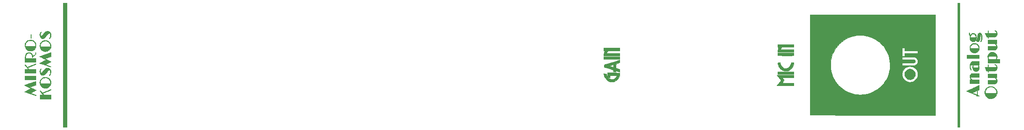
<source format=gbr>
G04 #@! TF.GenerationSoftware,KiCad,Pcbnew,5.1.6-c6e7f7d~87~ubuntu20.04.1*
G04 #@! TF.CreationDate,2020-08-28T15:24:10-04:00*
G04 #@! TF.ProjectId,mikrokosmos_panel,6d696b72-6f6b-46f7-936d-6f735f70616e,rev?*
G04 #@! TF.SameCoordinates,Original*
G04 #@! TF.FileFunction,Legend,Top*
G04 #@! TF.FilePolarity,Positive*
%FSLAX46Y46*%
G04 Gerber Fmt 4.6, Leading zero omitted, Abs format (unit mm)*
G04 Created by KiCad (PCBNEW 5.1.6-c6e7f7d~87~ubuntu20.04.1) date 2020-08-28 15:24:10*
%MOMM*%
%LPD*%
G01*
G04 APERTURE LIST*
%ADD10C,0.010000*%
G04 APERTURE END LIST*
D10*
G36*
X229529246Y-94300133D02*
G01*
X229568866Y-94077857D01*
X229652970Y-93872585D01*
X229776500Y-93689867D01*
X229934396Y-93535254D01*
X230121599Y-93414297D01*
X230333048Y-93332546D01*
X230431182Y-93310650D01*
X230640794Y-93298751D01*
X230849642Y-93333195D01*
X231050195Y-93409928D01*
X231234919Y-93524895D01*
X231396280Y-93674042D01*
X231526748Y-93853314D01*
X231562273Y-93919478D01*
X231602321Y-94006793D01*
X231627545Y-94082719D01*
X231641931Y-94165527D01*
X231649460Y-94273488D01*
X231651470Y-94328625D01*
X231652433Y-94470537D01*
X231643876Y-94578229D01*
X231624168Y-94667716D01*
X231613646Y-94699631D01*
X231510172Y-94921966D01*
X231371610Y-95107497D01*
X231197949Y-95256236D01*
X231059395Y-95336570D01*
X230849393Y-95413494D01*
X230637946Y-95443589D01*
X230430334Y-95430433D01*
X230231836Y-95377600D01*
X230047731Y-95288668D01*
X229883300Y-95167212D01*
X229743822Y-95016808D01*
X229634577Y-94841033D01*
X229560844Y-94643462D01*
X229527902Y-94427672D01*
X229529246Y-94300133D01*
G37*
X229529246Y-94300133D02*
X229568866Y-94077857D01*
X229652970Y-93872585D01*
X229776500Y-93689867D01*
X229934396Y-93535254D01*
X230121599Y-93414297D01*
X230333048Y-93332546D01*
X230431182Y-93310650D01*
X230640794Y-93298751D01*
X230849642Y-93333195D01*
X231050195Y-93409928D01*
X231234919Y-93524895D01*
X231396280Y-93674042D01*
X231526748Y-93853314D01*
X231562273Y-93919478D01*
X231602321Y-94006793D01*
X231627545Y-94082719D01*
X231641931Y-94165527D01*
X231649460Y-94273488D01*
X231651470Y-94328625D01*
X231652433Y-94470537D01*
X231643876Y-94578229D01*
X231624168Y-94667716D01*
X231613646Y-94699631D01*
X231510172Y-94921966D01*
X231371610Y-95107497D01*
X231197949Y-95256236D01*
X231059395Y-95336570D01*
X230849393Y-95413494D01*
X230637946Y-95443589D01*
X230430334Y-95430433D01*
X230231836Y-95377600D01*
X230047731Y-95288668D01*
X229883300Y-95167212D01*
X229743822Y-95016808D01*
X229634577Y-94841033D01*
X229560844Y-94643462D01*
X229527902Y-94427672D01*
X229529246Y-94300133D01*
G36*
X53474947Y-86590865D02*
G01*
X53475125Y-86482584D01*
X53475389Y-86402102D01*
X53475711Y-86360650D01*
X53475729Y-86359760D01*
X53495223Y-86333529D01*
X53535580Y-86321071D01*
X53571724Y-86326931D01*
X53580900Y-86340690D01*
X53583211Y-86381504D01*
X53585027Y-86459272D01*
X53586325Y-86562640D01*
X53587078Y-86680252D01*
X53587263Y-86800752D01*
X53586855Y-86912786D01*
X53585828Y-87004997D01*
X53584160Y-87066030D01*
X53582516Y-87084387D01*
X53554199Y-87107308D01*
X53510910Y-87106314D01*
X53479210Y-87084568D01*
X53475729Y-87071671D01*
X53475404Y-87032590D01*
X53475137Y-86953888D01*
X53474954Y-86846794D01*
X53474882Y-86722537D01*
X53474882Y-86715715D01*
X53474947Y-86590865D01*
G37*
X53474947Y-86590865D02*
X53475125Y-86482584D01*
X53475389Y-86402102D01*
X53475711Y-86360650D01*
X53475729Y-86359760D01*
X53495223Y-86333529D01*
X53535580Y-86321071D01*
X53571724Y-86326931D01*
X53580900Y-86340690D01*
X53583211Y-86381504D01*
X53585027Y-86459272D01*
X53586325Y-86562640D01*
X53587078Y-86680252D01*
X53587263Y-86800752D01*
X53586855Y-86912786D01*
X53585828Y-87004997D01*
X53584160Y-87066030D01*
X53582516Y-87084387D01*
X53554199Y-87107308D01*
X53510910Y-87106314D01*
X53479210Y-87084568D01*
X53475729Y-87071671D01*
X53475404Y-87032590D01*
X53475137Y-86953888D01*
X53474954Y-86846794D01*
X53474882Y-86722537D01*
X53474882Y-86715715D01*
X53474947Y-86590865D01*
G36*
X52338127Y-93764915D02*
G01*
X52345146Y-93377177D01*
X52655987Y-93364464D01*
X52966828Y-93351752D01*
X52736191Y-93046646D01*
X52647356Y-92930775D01*
X52561605Y-92821858D01*
X52487080Y-92730040D01*
X52431923Y-92665465D01*
X52418994Y-92651480D01*
X52356196Y-92572334D01*
X52332906Y-92508936D01*
X52350885Y-92466508D01*
X52355564Y-92463280D01*
X52385595Y-92455928D01*
X52422539Y-92472096D01*
X52471713Y-92516560D01*
X52538436Y-92594093D01*
X52624393Y-92704676D01*
X52694494Y-92795557D01*
X52753679Y-92869182D01*
X52795208Y-92917369D01*
X52811795Y-92932232D01*
X52839713Y-92922912D01*
X52907770Y-92896810D01*
X53009169Y-92856708D01*
X53137113Y-92805392D01*
X53284805Y-92745645D01*
X53445449Y-92680252D01*
X53612249Y-92611996D01*
X53778406Y-92543663D01*
X53937125Y-92478035D01*
X54081609Y-92417898D01*
X54205062Y-92366036D01*
X54300685Y-92325232D01*
X54361684Y-92298270D01*
X54375288Y-92291772D01*
X54461352Y-92259219D01*
X54517659Y-92262275D01*
X54540839Y-92300227D01*
X54539872Y-92326500D01*
X54513200Y-92373772D01*
X54443948Y-92416121D01*
X54417318Y-92427321D01*
X54342970Y-92456986D01*
X54236853Y-92499672D01*
X54105703Y-92552638D01*
X53956261Y-92613143D01*
X53795265Y-92678447D01*
X53629453Y-92745808D01*
X53465565Y-92812485D01*
X53310338Y-92875737D01*
X53170513Y-92932823D01*
X53052826Y-92981003D01*
X52964018Y-93017535D01*
X52910826Y-93039677D01*
X52898377Y-93045161D01*
X52909428Y-93066428D01*
X52944235Y-93118027D01*
X52995846Y-93189754D01*
X53008635Y-93207047D01*
X53125022Y-93363668D01*
X53828377Y-93370422D01*
X54531732Y-93377177D01*
X54538751Y-93764915D01*
X54545769Y-94152652D01*
X52331108Y-94152652D01*
X52338127Y-93764915D01*
G37*
X52338127Y-93764915D02*
X52345146Y-93377177D01*
X52655987Y-93364464D01*
X52966828Y-93351752D01*
X52736191Y-93046646D01*
X52647356Y-92930775D01*
X52561605Y-92821858D01*
X52487080Y-92730040D01*
X52431923Y-92665465D01*
X52418994Y-92651480D01*
X52356196Y-92572334D01*
X52332906Y-92508936D01*
X52350885Y-92466508D01*
X52355564Y-92463280D01*
X52385595Y-92455928D01*
X52422539Y-92472096D01*
X52471713Y-92516560D01*
X52538436Y-92594093D01*
X52624393Y-92704676D01*
X52694494Y-92795557D01*
X52753679Y-92869182D01*
X52795208Y-92917369D01*
X52811795Y-92932232D01*
X52839713Y-92922912D01*
X52907770Y-92896810D01*
X53009169Y-92856708D01*
X53137113Y-92805392D01*
X53284805Y-92745645D01*
X53445449Y-92680252D01*
X53612249Y-92611996D01*
X53778406Y-92543663D01*
X53937125Y-92478035D01*
X54081609Y-92417898D01*
X54205062Y-92366036D01*
X54300685Y-92325232D01*
X54361684Y-92298270D01*
X54375288Y-92291772D01*
X54461352Y-92259219D01*
X54517659Y-92262275D01*
X54540839Y-92300227D01*
X54539872Y-92326500D01*
X54513200Y-92373772D01*
X54443948Y-92416121D01*
X54417318Y-92427321D01*
X54342970Y-92456986D01*
X54236853Y-92499672D01*
X54105703Y-92552638D01*
X53956261Y-92613143D01*
X53795265Y-92678447D01*
X53629453Y-92745808D01*
X53465565Y-92812485D01*
X53310338Y-92875737D01*
X53170513Y-92932823D01*
X53052826Y-92981003D01*
X52964018Y-93017535D01*
X52910826Y-93039677D01*
X52898377Y-93045161D01*
X52909428Y-93066428D01*
X52944235Y-93118027D01*
X52995846Y-93189754D01*
X53008635Y-93207047D01*
X53125022Y-93363668D01*
X53828377Y-93370422D01*
X54531732Y-93377177D01*
X54538751Y-93764915D01*
X54545769Y-94152652D01*
X52331108Y-94152652D01*
X52338127Y-93764915D01*
G36*
X54544445Y-94686586D02*
G01*
X54544445Y-95474775D01*
X52332433Y-95474775D01*
X52332433Y-94686586D01*
X54544445Y-94686586D01*
G37*
X54544445Y-94686586D02*
X54544445Y-95474775D01*
X52332433Y-95474775D01*
X52332433Y-94686586D01*
X54544445Y-94686586D01*
G36*
X52355594Y-88241034D02*
G01*
X52428917Y-88041012D01*
X52547465Y-87842451D01*
X52698471Y-87682673D01*
X52880580Y-87562483D01*
X53092436Y-87482683D01*
X53332685Y-87444077D01*
X53441919Y-87440340D01*
X53687124Y-87462941D01*
X53909454Y-87528935D01*
X54105396Y-87635608D01*
X54271436Y-87780244D01*
X54404062Y-87960130D01*
X54499760Y-88172550D01*
X54530682Y-88281582D01*
X54563788Y-88493377D01*
X54557266Y-88695606D01*
X54523741Y-88864164D01*
X54448963Y-89062661D01*
X54448963Y-88711611D01*
X54438228Y-88487083D01*
X54428609Y-88358395D01*
X54411101Y-88260046D01*
X54381118Y-88171633D01*
X54354021Y-88112383D01*
X54239918Y-87933913D01*
X54088179Y-87779989D01*
X53910315Y-87662103D01*
X53895542Y-87654691D01*
X53826986Y-87622743D01*
X53767589Y-87601504D01*
X53704039Y-87588804D01*
X53623027Y-87582476D01*
X53511241Y-87580347D01*
X53438439Y-87580180D01*
X53304265Y-87581165D01*
X53207591Y-87585466D01*
X53135084Y-87595105D01*
X53073411Y-87612103D01*
X53009238Y-87638480D01*
X52987499Y-87648528D01*
X52834459Y-87742528D01*
X52691512Y-87870959D01*
X52573788Y-88018650D01*
X52516552Y-88120832D01*
X52477068Y-88222636D01*
X52453046Y-88329970D01*
X52440091Y-88463636D01*
X52438738Y-88489139D01*
X52427914Y-88711611D01*
X54448963Y-88711611D01*
X54448963Y-89062661D01*
X54441249Y-89083138D01*
X54316378Y-89275149D01*
X54151480Y-89437416D01*
X53948909Y-89567159D01*
X53914487Y-89584085D01*
X53840308Y-89617988D01*
X53778556Y-89640816D01*
X53716039Y-89654754D01*
X53639565Y-89661984D01*
X53535944Y-89664690D01*
X53425191Y-89665065D01*
X53291259Y-89664482D01*
X53195101Y-89661228D01*
X53123641Y-89653047D01*
X53063803Y-89637682D01*
X53002512Y-89612878D01*
X52934999Y-89580468D01*
X52741002Y-89458139D01*
X52580608Y-89302242D01*
X52455901Y-89119115D01*
X52368963Y-88915094D01*
X52321877Y-88696516D01*
X52316726Y-88469717D01*
X52355594Y-88241034D01*
G37*
X52355594Y-88241034D02*
X52428917Y-88041012D01*
X52547465Y-87842451D01*
X52698471Y-87682673D01*
X52880580Y-87562483D01*
X53092436Y-87482683D01*
X53332685Y-87444077D01*
X53441919Y-87440340D01*
X53687124Y-87462941D01*
X53909454Y-87528935D01*
X54105396Y-87635608D01*
X54271436Y-87780244D01*
X54404062Y-87960130D01*
X54499760Y-88172550D01*
X54530682Y-88281582D01*
X54563788Y-88493377D01*
X54557266Y-88695606D01*
X54523741Y-88864164D01*
X54448963Y-89062661D01*
X54448963Y-88711611D01*
X54438228Y-88487083D01*
X54428609Y-88358395D01*
X54411101Y-88260046D01*
X54381118Y-88171633D01*
X54354021Y-88112383D01*
X54239918Y-87933913D01*
X54088179Y-87779989D01*
X53910315Y-87662103D01*
X53895542Y-87654691D01*
X53826986Y-87622743D01*
X53767589Y-87601504D01*
X53704039Y-87588804D01*
X53623027Y-87582476D01*
X53511241Y-87580347D01*
X53438439Y-87580180D01*
X53304265Y-87581165D01*
X53207591Y-87585466D01*
X53135084Y-87595105D01*
X53073411Y-87612103D01*
X53009238Y-87638480D01*
X52987499Y-87648528D01*
X52834459Y-87742528D01*
X52691512Y-87870959D01*
X52573788Y-88018650D01*
X52516552Y-88120832D01*
X52477068Y-88222636D01*
X52453046Y-88329970D01*
X52440091Y-88463636D01*
X52438738Y-88489139D01*
X52427914Y-88711611D01*
X54448963Y-88711611D01*
X54448963Y-89062661D01*
X54441249Y-89083138D01*
X54316378Y-89275149D01*
X54151480Y-89437416D01*
X53948909Y-89567159D01*
X53914487Y-89584085D01*
X53840308Y-89617988D01*
X53778556Y-89640816D01*
X53716039Y-89654754D01*
X53639565Y-89661984D01*
X53535944Y-89664690D01*
X53425191Y-89665065D01*
X53291259Y-89664482D01*
X53195101Y-89661228D01*
X53123641Y-89653047D01*
X53063803Y-89637682D01*
X53002512Y-89612878D01*
X52934999Y-89580468D01*
X52741002Y-89458139D01*
X52580608Y-89302242D01*
X52455901Y-89119115D01*
X52368963Y-88915094D01*
X52321877Y-88696516D01*
X52316726Y-88469717D01*
X52355594Y-88241034D01*
G36*
X52332873Y-91476626D02*
G01*
X52337129Y-91178277D01*
X52350293Y-90925514D01*
X52373939Y-90713607D01*
X52409635Y-90537823D01*
X52458955Y-90393430D01*
X52523468Y-90275697D01*
X52604747Y-90179893D01*
X52704361Y-90101284D01*
X52809143Y-90042231D01*
X52983100Y-89983546D01*
X53161049Y-89971166D01*
X53335536Y-90001846D01*
X53499106Y-90072346D01*
X53644306Y-90179423D01*
X53763680Y-90319835D01*
X53849774Y-90490340D01*
X53851686Y-90495667D01*
X53881493Y-90565476D01*
X53910129Y-90609983D01*
X53923429Y-90618518D01*
X53979463Y-90603890D01*
X54061252Y-90565504D01*
X54155036Y-90511610D01*
X54247057Y-90450457D01*
X54323554Y-90390293D01*
X54354507Y-90360082D01*
X54408838Y-90295769D01*
X54435121Y-90244728D01*
X54441167Y-90184174D01*
X54437140Y-90119065D01*
X54436307Y-90021255D01*
X54451300Y-89961845D01*
X54479551Y-89944500D01*
X54518494Y-89972883D01*
X54529441Y-89987328D01*
X54564232Y-90080493D01*
X54559223Y-90200879D01*
X54532518Y-90297528D01*
X54470327Y-90413957D01*
X54368601Y-90519659D01*
X54222946Y-90618619D01*
X54117433Y-90674096D01*
X54003449Y-90733642D01*
X53935388Y-90779613D01*
X53910697Y-90813789D01*
X53910601Y-90818293D01*
X53910556Y-90905715D01*
X53887649Y-90954432D01*
X53868105Y-90966264D01*
X53827264Y-90966653D01*
X53800333Y-90928150D01*
X53785800Y-90846851D01*
X53782071Y-90744281D01*
X53758724Y-90561456D01*
X53693226Y-90401414D01*
X53591041Y-90269138D01*
X53457634Y-90169609D01*
X53298470Y-90107809D01*
X53119012Y-90088721D01*
X53066241Y-90091675D01*
X52894939Y-90130492D01*
X52748647Y-90211621D01*
X52629682Y-90331867D01*
X52540362Y-90488032D01*
X52483004Y-90676924D01*
X52459924Y-90895346D01*
X52459560Y-90928238D01*
X52459560Y-91127027D01*
X54544445Y-91127027D01*
X54544445Y-91915215D01*
X52332433Y-91915215D01*
X52332873Y-91476626D01*
G37*
X52332873Y-91476626D02*
X52337129Y-91178277D01*
X52350293Y-90925514D01*
X52373939Y-90713607D01*
X52409635Y-90537823D01*
X52458955Y-90393430D01*
X52523468Y-90275697D01*
X52604747Y-90179893D01*
X52704361Y-90101284D01*
X52809143Y-90042231D01*
X52983100Y-89983546D01*
X53161049Y-89971166D01*
X53335536Y-90001846D01*
X53499106Y-90072346D01*
X53644306Y-90179423D01*
X53763680Y-90319835D01*
X53849774Y-90490340D01*
X53851686Y-90495667D01*
X53881493Y-90565476D01*
X53910129Y-90609983D01*
X53923429Y-90618518D01*
X53979463Y-90603890D01*
X54061252Y-90565504D01*
X54155036Y-90511610D01*
X54247057Y-90450457D01*
X54323554Y-90390293D01*
X54354507Y-90360082D01*
X54408838Y-90295769D01*
X54435121Y-90244728D01*
X54441167Y-90184174D01*
X54437140Y-90119065D01*
X54436307Y-90021255D01*
X54451300Y-89961845D01*
X54479551Y-89944500D01*
X54518494Y-89972883D01*
X54529441Y-89987328D01*
X54564232Y-90080493D01*
X54559223Y-90200879D01*
X54532518Y-90297528D01*
X54470327Y-90413957D01*
X54368601Y-90519659D01*
X54222946Y-90618619D01*
X54117433Y-90674096D01*
X54003449Y-90733642D01*
X53935388Y-90779613D01*
X53910697Y-90813789D01*
X53910601Y-90818293D01*
X53910556Y-90905715D01*
X53887649Y-90954432D01*
X53868105Y-90966264D01*
X53827264Y-90966653D01*
X53800333Y-90928150D01*
X53785800Y-90846851D01*
X53782071Y-90744281D01*
X53758724Y-90561456D01*
X53693226Y-90401414D01*
X53591041Y-90269138D01*
X53457634Y-90169609D01*
X53298470Y-90107809D01*
X53119012Y-90088721D01*
X53066241Y-90091675D01*
X52894939Y-90130492D01*
X52748647Y-90211621D01*
X52629682Y-90331867D01*
X52540362Y-90488032D01*
X52483004Y-90676924D01*
X52459924Y-90895346D01*
X52459560Y-90928238D01*
X52459560Y-91127027D01*
X54544445Y-91127027D01*
X54544445Y-91915215D01*
X52332433Y-91915215D01*
X52332873Y-91476626D01*
G36*
X52370571Y-96516694D02*
G01*
X52763622Y-96380312D01*
X53110770Y-96259984D01*
X53414116Y-96154990D01*
X53675762Y-96064611D01*
X53897810Y-95988125D01*
X54082359Y-95924814D01*
X54231513Y-95873956D01*
X54347372Y-95834832D01*
X54432038Y-95806721D01*
X54487612Y-95788904D01*
X54516195Y-95780661D01*
X54520684Y-95779880D01*
X54530222Y-95804614D01*
X54536632Y-95876226D01*
X54539744Y-95990826D01*
X54539385Y-96144529D01*
X54538718Y-96189456D01*
X54531732Y-96599032D01*
X53946947Y-96790962D01*
X53362163Y-96982892D01*
X53966016Y-97276156D01*
X54126944Y-97354839D01*
X54271666Y-97426610D01*
X54394213Y-97488427D01*
X54488618Y-97537249D01*
X54548912Y-97570031D01*
X54569161Y-97583609D01*
X54547687Y-97599399D01*
X54487808Y-97636032D01*
X54395716Y-97689914D01*
X54277602Y-97757454D01*
X54139655Y-97835057D01*
X54048124Y-97885964D01*
X53900306Y-97968352D01*
X53767785Y-98043215D01*
X53656929Y-98106873D01*
X53574107Y-98155645D01*
X53525690Y-98185853D01*
X53515807Y-98193528D01*
X53535034Y-98206998D01*
X53595650Y-98233270D01*
X53690607Y-98269662D01*
X53812857Y-98313493D01*
X53955353Y-98362083D01*
X53983044Y-98371272D01*
X54178173Y-98436808D01*
X54328735Y-98490245D01*
X54438973Y-98533745D01*
X54513130Y-98569467D01*
X54555450Y-98599572D01*
X54570175Y-98626221D01*
X54561548Y-98651574D01*
X54552920Y-98661428D01*
X54502849Y-98678146D01*
X54422035Y-98667268D01*
X54321232Y-98630592D01*
X54295702Y-98618373D01*
X54244857Y-98596981D01*
X54151779Y-98561944D01*
X54022574Y-98515402D01*
X53863345Y-98459496D01*
X53680199Y-98396365D01*
X53479242Y-98328151D01*
X53266578Y-98256994D01*
X53235035Y-98246527D01*
X53026348Y-98177102D01*
X52832835Y-98112247D01*
X52659809Y-98053779D01*
X52512580Y-98003512D01*
X52396462Y-97963265D01*
X52316767Y-97934852D01*
X52278806Y-97920091D01*
X52276510Y-97918795D01*
X52293198Y-97903397D01*
X52349463Y-97868405D01*
X52439459Y-97817085D01*
X52557341Y-97752705D01*
X52697263Y-97678530D01*
X52823157Y-97613299D01*
X52983670Y-97530650D01*
X53133563Y-97452922D01*
X53265458Y-97383986D01*
X53371977Y-97327708D01*
X53445745Y-97287957D01*
X53473965Y-97272024D01*
X53560342Y-97220353D01*
X52901893Y-96890589D01*
X52243444Y-96560824D01*
X52370571Y-96516694D01*
G37*
X52370571Y-96516694D02*
X52763622Y-96380312D01*
X53110770Y-96259984D01*
X53414116Y-96154990D01*
X53675762Y-96064611D01*
X53897810Y-95988125D01*
X54082359Y-95924814D01*
X54231513Y-95873956D01*
X54347372Y-95834832D01*
X54432038Y-95806721D01*
X54487612Y-95788904D01*
X54516195Y-95780661D01*
X54520684Y-95779880D01*
X54530222Y-95804614D01*
X54536632Y-95876226D01*
X54539744Y-95990826D01*
X54539385Y-96144529D01*
X54538718Y-96189456D01*
X54531732Y-96599032D01*
X53946947Y-96790962D01*
X53362163Y-96982892D01*
X53966016Y-97276156D01*
X54126944Y-97354839D01*
X54271666Y-97426610D01*
X54394213Y-97488427D01*
X54488618Y-97537249D01*
X54548912Y-97570031D01*
X54569161Y-97583609D01*
X54547687Y-97599399D01*
X54487808Y-97636032D01*
X54395716Y-97689914D01*
X54277602Y-97757454D01*
X54139655Y-97835057D01*
X54048124Y-97885964D01*
X53900306Y-97968352D01*
X53767785Y-98043215D01*
X53656929Y-98106873D01*
X53574107Y-98155645D01*
X53525690Y-98185853D01*
X53515807Y-98193528D01*
X53535034Y-98206998D01*
X53595650Y-98233270D01*
X53690607Y-98269662D01*
X53812857Y-98313493D01*
X53955353Y-98362083D01*
X53983044Y-98371272D01*
X54178173Y-98436808D01*
X54328735Y-98490245D01*
X54438973Y-98533745D01*
X54513130Y-98569467D01*
X54555450Y-98599572D01*
X54570175Y-98626221D01*
X54561548Y-98651574D01*
X54552920Y-98661428D01*
X54502849Y-98678146D01*
X54422035Y-98667268D01*
X54321232Y-98630592D01*
X54295702Y-98618373D01*
X54244857Y-98596981D01*
X54151779Y-98561944D01*
X54022574Y-98515402D01*
X53863345Y-98459496D01*
X53680199Y-98396365D01*
X53479242Y-98328151D01*
X53266578Y-98256994D01*
X53235035Y-98246527D01*
X53026348Y-98177102D01*
X52832835Y-98112247D01*
X52659809Y-98053779D01*
X52512580Y-98003512D01*
X52396462Y-97963265D01*
X52316767Y-97934852D01*
X52278806Y-97920091D01*
X52276510Y-97918795D01*
X52293198Y-97903397D01*
X52349463Y-97868405D01*
X52439459Y-97817085D01*
X52557341Y-97752705D01*
X52697263Y-97678530D01*
X52823157Y-97613299D01*
X52983670Y-97530650D01*
X53133563Y-97452922D01*
X53265458Y-97383986D01*
X53371977Y-97327708D01*
X53445745Y-97287957D01*
X53473965Y-97272024D01*
X53560342Y-97220353D01*
X52901893Y-96890589D01*
X52243444Y-96560824D01*
X52370571Y-96516694D01*
G36*
X55324250Y-86300028D02*
G01*
X55344416Y-86167910D01*
X55377004Y-86047501D01*
X55419359Y-85946359D01*
X55468824Y-85872045D01*
X55522743Y-85832115D01*
X55578460Y-85834130D01*
X55588257Y-85839395D01*
X55603953Y-85858722D01*
X55600128Y-85893162D01*
X55573979Y-85952889D01*
X55538748Y-86019099D01*
X55483947Y-86142143D01*
X55448057Y-86271068D01*
X55432521Y-86393644D01*
X55438783Y-86497640D01*
X55468285Y-86570826D01*
X55472959Y-86576413D01*
X55541862Y-86618136D01*
X55626670Y-86622222D01*
X55702903Y-86590967D01*
X55736771Y-86559753D01*
X55796363Y-86497362D01*
X55874609Y-86411484D01*
X55964441Y-86309806D01*
X56013081Y-86253596D01*
X56169705Y-86075900D01*
X56303378Y-85936015D01*
X56420009Y-85829887D01*
X56525507Y-85753458D01*
X56625781Y-85702672D01*
X56726740Y-85673474D01*
X56834294Y-85661807D01*
X56876215Y-85661119D01*
X57033211Y-85673892D01*
X57151535Y-85708321D01*
X57257771Y-85777268D01*
X57361823Y-85880445D01*
X57450221Y-86002498D01*
X57502573Y-86108499D01*
X57533828Y-86227242D01*
X57553488Y-86375945D01*
X57560573Y-86534836D01*
X57554106Y-86684144D01*
X57536405Y-86791992D01*
X57492865Y-86929311D01*
X57440022Y-87045418D01*
X57382347Y-87134457D01*
X57324312Y-87190573D01*
X57270385Y-87207909D01*
X57232866Y-87189582D01*
X57217023Y-87156596D01*
X57233696Y-87109046D01*
X57245067Y-87089842D01*
X57321679Y-86962547D01*
X57373866Y-86862020D01*
X57406705Y-86773610D01*
X57425272Y-86682666D01*
X57434644Y-86574537D01*
X57436372Y-86537738D01*
X57434454Y-86371221D01*
X57411948Y-86247686D01*
X57367412Y-86163005D01*
X57299406Y-86113052D01*
X57286415Y-86108063D01*
X57234038Y-86096470D01*
X57182076Y-86101924D01*
X57125541Y-86128366D01*
X57059445Y-86179736D01*
X56978802Y-86259972D01*
X56878623Y-86373015D01*
X56753921Y-86522804D01*
X56740426Y-86539322D01*
X56592568Y-86715603D01*
X56466015Y-86856147D01*
X56362987Y-86958593D01*
X56291635Y-87016659D01*
X56121578Y-87107571D01*
X55956674Y-87149682D01*
X55801307Y-87145034D01*
X55659857Y-87095671D01*
X55536710Y-87003637D01*
X55436246Y-86870974D01*
X55362848Y-86699726D01*
X55331811Y-86569157D01*
X55319163Y-86436296D01*
X55324250Y-86300028D01*
G37*
X55324250Y-86300028D02*
X55344416Y-86167910D01*
X55377004Y-86047501D01*
X55419359Y-85946359D01*
X55468824Y-85872045D01*
X55522743Y-85832115D01*
X55578460Y-85834130D01*
X55588257Y-85839395D01*
X55603953Y-85858722D01*
X55600128Y-85893162D01*
X55573979Y-85952889D01*
X55538748Y-86019099D01*
X55483947Y-86142143D01*
X55448057Y-86271068D01*
X55432521Y-86393644D01*
X55438783Y-86497640D01*
X55468285Y-86570826D01*
X55472959Y-86576413D01*
X55541862Y-86618136D01*
X55626670Y-86622222D01*
X55702903Y-86590967D01*
X55736771Y-86559753D01*
X55796363Y-86497362D01*
X55874609Y-86411484D01*
X55964441Y-86309806D01*
X56013081Y-86253596D01*
X56169705Y-86075900D01*
X56303378Y-85936015D01*
X56420009Y-85829887D01*
X56525507Y-85753458D01*
X56625781Y-85702672D01*
X56726740Y-85673474D01*
X56834294Y-85661807D01*
X56876215Y-85661119D01*
X57033211Y-85673892D01*
X57151535Y-85708321D01*
X57257771Y-85777268D01*
X57361823Y-85880445D01*
X57450221Y-86002498D01*
X57502573Y-86108499D01*
X57533828Y-86227242D01*
X57553488Y-86375945D01*
X57560573Y-86534836D01*
X57554106Y-86684144D01*
X57536405Y-86791992D01*
X57492865Y-86929311D01*
X57440022Y-87045418D01*
X57382347Y-87134457D01*
X57324312Y-87190573D01*
X57270385Y-87207909D01*
X57232866Y-87189582D01*
X57217023Y-87156596D01*
X57233696Y-87109046D01*
X57245067Y-87089842D01*
X57321679Y-86962547D01*
X57373866Y-86862020D01*
X57406705Y-86773610D01*
X57425272Y-86682666D01*
X57434644Y-86574537D01*
X57436372Y-86537738D01*
X57434454Y-86371221D01*
X57411948Y-86247686D01*
X57367412Y-86163005D01*
X57299406Y-86113052D01*
X57286415Y-86108063D01*
X57234038Y-86096470D01*
X57182076Y-86101924D01*
X57125541Y-86128366D01*
X57059445Y-86179736D01*
X56978802Y-86259972D01*
X56878623Y-86373015D01*
X56753921Y-86522804D01*
X56740426Y-86539322D01*
X56592568Y-86715603D01*
X56466015Y-86856147D01*
X56362987Y-86958593D01*
X56291635Y-87016659D01*
X56121578Y-87107571D01*
X55956674Y-87149682D01*
X55801307Y-87145034D01*
X55659857Y-87095671D01*
X55536710Y-87003637D01*
X55436246Y-86870974D01*
X55362848Y-86699726D01*
X55331811Y-86569157D01*
X55319163Y-86436296D01*
X55324250Y-86300028D01*
G36*
X55335032Y-88433317D02*
G01*
X55390323Y-88220614D01*
X55484694Y-88023798D01*
X55618206Y-87850819D01*
X55629709Y-87839118D01*
X55801172Y-87702388D01*
X56000005Y-87602861D01*
X56217458Y-87541946D01*
X56444779Y-87521055D01*
X56673216Y-87541598D01*
X56894018Y-87604987D01*
X56945470Y-87626992D01*
X57083493Y-87708473D01*
X57221198Y-87821223D01*
X57342036Y-87949913D01*
X57425366Y-88071547D01*
X57507424Y-88269925D01*
X57554266Y-88490402D01*
X57563791Y-88716484D01*
X57534605Y-88928781D01*
X57456200Y-89149134D01*
X57449163Y-89160522D01*
X57449163Y-88787888D01*
X57437881Y-88565415D01*
X57426926Y-88431382D01*
X57406847Y-88327351D01*
X57373098Y-88232681D01*
X57356793Y-88197052D01*
X57242037Y-88013485D01*
X57092296Y-87863797D01*
X56912978Y-87750971D01*
X56709488Y-87677993D01*
X56487235Y-87647848D01*
X56366063Y-87650089D01*
X56147987Y-87684547D01*
X55957847Y-87757637D01*
X55786485Y-87873205D01*
X55742398Y-87912052D01*
X55605397Y-88064049D01*
X55511731Y-88229922D01*
X55457057Y-88419211D01*
X55439247Y-88578128D01*
X55427958Y-88787888D01*
X57449163Y-88787888D01*
X57449163Y-89160522D01*
X57336800Y-89342365D01*
X57180544Y-89504782D01*
X56991570Y-89632690D01*
X56774017Y-89722396D01*
X56601895Y-89761273D01*
X56365733Y-89773628D01*
X56137087Y-89738600D01*
X55922882Y-89658386D01*
X55730041Y-89535182D01*
X55642553Y-89456906D01*
X55503396Y-89284011D01*
X55403002Y-89087256D01*
X55341435Y-88874588D01*
X55318757Y-88653959D01*
X55335032Y-88433317D01*
G37*
X55335032Y-88433317D02*
X55390323Y-88220614D01*
X55484694Y-88023798D01*
X55618206Y-87850819D01*
X55629709Y-87839118D01*
X55801172Y-87702388D01*
X56000005Y-87602861D01*
X56217458Y-87541946D01*
X56444779Y-87521055D01*
X56673216Y-87541598D01*
X56894018Y-87604987D01*
X56945470Y-87626992D01*
X57083493Y-87708473D01*
X57221198Y-87821223D01*
X57342036Y-87949913D01*
X57425366Y-88071547D01*
X57507424Y-88269925D01*
X57554266Y-88490402D01*
X57563791Y-88716484D01*
X57534605Y-88928781D01*
X57456200Y-89149134D01*
X57449163Y-89160522D01*
X57449163Y-88787888D01*
X57437881Y-88565415D01*
X57426926Y-88431382D01*
X57406847Y-88327351D01*
X57373098Y-88232681D01*
X57356793Y-88197052D01*
X57242037Y-88013485D01*
X57092296Y-87863797D01*
X56912978Y-87750971D01*
X56709488Y-87677993D01*
X56487235Y-87647848D01*
X56366063Y-87650089D01*
X56147987Y-87684547D01*
X55957847Y-87757637D01*
X55786485Y-87873205D01*
X55742398Y-87912052D01*
X55605397Y-88064049D01*
X55511731Y-88229922D01*
X55457057Y-88419211D01*
X55439247Y-88578128D01*
X55427958Y-88787888D01*
X57449163Y-88787888D01*
X57449163Y-89160522D01*
X57336800Y-89342365D01*
X57180544Y-89504782D01*
X56991570Y-89632690D01*
X56774017Y-89722396D01*
X56601895Y-89761273D01*
X56365733Y-89773628D01*
X56137087Y-89738600D01*
X55922882Y-89658386D01*
X55730041Y-89535182D01*
X55642553Y-89456906D01*
X55503396Y-89284011D01*
X55403002Y-89087256D01*
X55341435Y-88874588D01*
X55318757Y-88653959D01*
X55335032Y-88433317D01*
G36*
X55327201Y-93723641D02*
G01*
X55350140Y-93588004D01*
X55385403Y-93464592D01*
X55430224Y-93363310D01*
X55481839Y-93294062D01*
X55531665Y-93267336D01*
X55583833Y-93274505D01*
X55600021Y-93313316D01*
X55579658Y-93378911D01*
X55550573Y-93427759D01*
X55476721Y-93570158D01*
X55440170Y-93730273D01*
X55434477Y-93839346D01*
X55438648Y-93923739D01*
X55455857Y-93976606D01*
X55492805Y-94016873D01*
X55499109Y-94021935D01*
X55559701Y-94053197D01*
X55624495Y-94050306D01*
X55698970Y-94010587D01*
X55788608Y-93931365D01*
X55873816Y-93839008D01*
X56059124Y-93631930D01*
X56224375Y-93457734D01*
X56367373Y-93318546D01*
X56485918Y-93216490D01*
X56577815Y-93153690D01*
X56588108Y-93148312D01*
X56718666Y-93103591D01*
X56867422Y-93084251D01*
X57013445Y-93091383D01*
X57123134Y-93120452D01*
X57264557Y-93206041D01*
X57381954Y-93330450D01*
X57472754Y-93486396D01*
X57534385Y-93666594D01*
X57564273Y-93863761D01*
X57559847Y-94070612D01*
X57524769Y-94257673D01*
X57481881Y-94385692D01*
X57429400Y-94496022D01*
X57372915Y-94579691D01*
X57318014Y-94627732D01*
X57289232Y-94635735D01*
X57237568Y-94619755D01*
X57224517Y-94574316D01*
X57250182Y-94503170D01*
X57284027Y-94449958D01*
X57379549Y-94276686D01*
X57431566Y-94081956D01*
X57442943Y-93920421D01*
X57430751Y-93759602D01*
X57393725Y-93641856D01*
X57331189Y-93565511D01*
X57290481Y-93542480D01*
X57241449Y-93526896D01*
X57194554Y-93525496D01*
X57145070Y-93542094D01*
X57088267Y-93580499D01*
X57019418Y-93644524D01*
X56933794Y-93737982D01*
X56826667Y-93864683D01*
X56703770Y-94015476D01*
X56559043Y-94188872D01*
X56434525Y-94323566D01*
X56324010Y-94424304D01*
X56221293Y-94495837D01*
X56120167Y-94542912D01*
X56014428Y-94570279D01*
X55970402Y-94576659D01*
X55806700Y-94573037D01*
X55660516Y-94523745D01*
X55535379Y-94432000D01*
X55434817Y-94301023D01*
X55362358Y-94134029D01*
X55329356Y-93991969D01*
X55319351Y-93861597D01*
X55327201Y-93723641D01*
G37*
X55327201Y-93723641D02*
X55350140Y-93588004D01*
X55385403Y-93464592D01*
X55430224Y-93363310D01*
X55481839Y-93294062D01*
X55531665Y-93267336D01*
X55583833Y-93274505D01*
X55600021Y-93313316D01*
X55579658Y-93378911D01*
X55550573Y-93427759D01*
X55476721Y-93570158D01*
X55440170Y-93730273D01*
X55434477Y-93839346D01*
X55438648Y-93923739D01*
X55455857Y-93976606D01*
X55492805Y-94016873D01*
X55499109Y-94021935D01*
X55559701Y-94053197D01*
X55624495Y-94050306D01*
X55698970Y-94010587D01*
X55788608Y-93931365D01*
X55873816Y-93839008D01*
X56059124Y-93631930D01*
X56224375Y-93457734D01*
X56367373Y-93318546D01*
X56485918Y-93216490D01*
X56577815Y-93153690D01*
X56588108Y-93148312D01*
X56718666Y-93103591D01*
X56867422Y-93084251D01*
X57013445Y-93091383D01*
X57123134Y-93120452D01*
X57264557Y-93206041D01*
X57381954Y-93330450D01*
X57472754Y-93486396D01*
X57534385Y-93666594D01*
X57564273Y-93863761D01*
X57559847Y-94070612D01*
X57524769Y-94257673D01*
X57481881Y-94385692D01*
X57429400Y-94496022D01*
X57372915Y-94579691D01*
X57318014Y-94627732D01*
X57289232Y-94635735D01*
X57237568Y-94619755D01*
X57224517Y-94574316D01*
X57250182Y-94503170D01*
X57284027Y-94449958D01*
X57379549Y-94276686D01*
X57431566Y-94081956D01*
X57442943Y-93920421D01*
X57430751Y-93759602D01*
X57393725Y-93641856D01*
X57331189Y-93565511D01*
X57290481Y-93542480D01*
X57241449Y-93526896D01*
X57194554Y-93525496D01*
X57145070Y-93542094D01*
X57088267Y-93580499D01*
X57019418Y-93644524D01*
X56933794Y-93737982D01*
X56826667Y-93864683D01*
X56703770Y-94015476D01*
X56559043Y-94188872D01*
X56434525Y-94323566D01*
X56324010Y-94424304D01*
X56221293Y-94495837D01*
X56120167Y-94542912D01*
X56014428Y-94570279D01*
X55970402Y-94576659D01*
X55806700Y-94573037D01*
X55660516Y-94523745D01*
X55535379Y-94432000D01*
X55434817Y-94301023D01*
X55362358Y-94134029D01*
X55329356Y-93991969D01*
X55319351Y-93861597D01*
X55327201Y-93723641D01*
G36*
X55337101Y-95847693D02*
G01*
X55375979Y-95690891D01*
X55465754Y-95485442D01*
X55594220Y-95307945D01*
X55755518Y-95161833D01*
X55943788Y-95050542D01*
X56153171Y-94977507D01*
X56377807Y-94946164D01*
X56611835Y-94959948D01*
X56620421Y-94961339D01*
X56853473Y-95023533D01*
X57058894Y-95125464D01*
X57233685Y-95262381D01*
X57374844Y-95429534D01*
X57479370Y-95622172D01*
X57544264Y-95835543D01*
X57566524Y-96064897D01*
X57543150Y-96305482D01*
X57523652Y-96391385D01*
X57448025Y-96591398D01*
X57448025Y-96238132D01*
X57438501Y-96015362D01*
X57428883Y-95882873D01*
X57410045Y-95779072D01*
X57377243Y-95681995D01*
X57355846Y-95632869D01*
X57248007Y-95452759D01*
X57109739Y-95307627D01*
X56947476Y-95197421D01*
X56767652Y-95122092D01*
X56576702Y-95081589D01*
X56381059Y-95075864D01*
X56187157Y-95104864D01*
X56001430Y-95168541D01*
X55830314Y-95266844D01*
X55680241Y-95399722D01*
X55557646Y-95567127D01*
X55516134Y-95647208D01*
X55480108Y-95735230D01*
X55459308Y-95818523D01*
X55449886Y-95917501D01*
X55447993Y-96008708D01*
X55447047Y-96224825D01*
X56447536Y-96231478D01*
X57448025Y-96238132D01*
X57448025Y-96591398D01*
X57442871Y-96605030D01*
X57321753Y-96791936D01*
X57165285Y-96948417D01*
X56978454Y-97070787D01*
X56766248Y-97155362D01*
X56533655Y-97198454D01*
X56424912Y-97203328D01*
X56194051Y-97180688D01*
X55982834Y-97114727D01*
X55794627Y-97010298D01*
X55632797Y-96872255D01*
X55500708Y-96705450D01*
X55401729Y-96514738D01*
X55339223Y-96304972D01*
X55316559Y-96081006D01*
X55337101Y-95847693D01*
G37*
X55337101Y-95847693D02*
X55375979Y-95690891D01*
X55465754Y-95485442D01*
X55594220Y-95307945D01*
X55755518Y-95161833D01*
X55943788Y-95050542D01*
X56153171Y-94977507D01*
X56377807Y-94946164D01*
X56611835Y-94959948D01*
X56620421Y-94961339D01*
X56853473Y-95023533D01*
X57058894Y-95125464D01*
X57233685Y-95262381D01*
X57374844Y-95429534D01*
X57479370Y-95622172D01*
X57544264Y-95835543D01*
X57566524Y-96064897D01*
X57543150Y-96305482D01*
X57523652Y-96391385D01*
X57448025Y-96591398D01*
X57448025Y-96238132D01*
X57438501Y-96015362D01*
X57428883Y-95882873D01*
X57410045Y-95779072D01*
X57377243Y-95681995D01*
X57355846Y-95632869D01*
X57248007Y-95452759D01*
X57109739Y-95307627D01*
X56947476Y-95197421D01*
X56767652Y-95122092D01*
X56576702Y-95081589D01*
X56381059Y-95075864D01*
X56187157Y-95104864D01*
X56001430Y-95168541D01*
X55830314Y-95266844D01*
X55680241Y-95399722D01*
X55557646Y-95567127D01*
X55516134Y-95647208D01*
X55480108Y-95735230D01*
X55459308Y-95818523D01*
X55449886Y-95917501D01*
X55447993Y-96008708D01*
X55447047Y-96224825D01*
X56447536Y-96231478D01*
X57448025Y-96238132D01*
X57448025Y-96591398D01*
X57442871Y-96605030D01*
X57321753Y-96791936D01*
X57165285Y-96948417D01*
X56978454Y-97070787D01*
X56766248Y-97155362D01*
X56533655Y-97198454D01*
X56424912Y-97203328D01*
X56194051Y-97180688D01*
X55982834Y-97114727D01*
X55794627Y-97010298D01*
X55632797Y-96872255D01*
X55500708Y-96705450D01*
X55401729Y-96514738D01*
X55339223Y-96304972D01*
X55316559Y-96081006D01*
X55337101Y-95847693D01*
G36*
X55350905Y-97653432D02*
G01*
X55355764Y-97650066D01*
X55387184Y-97642867D01*
X55426311Y-97660516D01*
X55478310Y-97707585D01*
X55548344Y-97788644D01*
X55629426Y-97892287D01*
X55699838Y-97982900D01*
X55759355Y-98056289D01*
X55801183Y-98104282D01*
X55817942Y-98119019D01*
X55845023Y-98109691D01*
X55912303Y-98083553D01*
X56013051Y-98043371D01*
X56140535Y-97991912D01*
X56288022Y-97931943D01*
X56448781Y-97866230D01*
X56616080Y-97797540D01*
X56783187Y-97728640D01*
X56943371Y-97662296D01*
X57089898Y-97601276D01*
X57216038Y-97548345D01*
X57315059Y-97506271D01*
X57380229Y-97477820D01*
X57397228Y-97469952D01*
X57463238Y-97442678D01*
X57504656Y-97441493D01*
X57530711Y-97456944D01*
X57565548Y-97496697D01*
X57557055Y-97533415D01*
X57525576Y-97565424D01*
X57465118Y-97603831D01*
X57417518Y-97623126D01*
X57381398Y-97636245D01*
X57305458Y-97665576D01*
X57196989Y-97708196D01*
X57063286Y-97761183D01*
X56911640Y-97821614D01*
X56749343Y-97886565D01*
X56583690Y-97953114D01*
X56421972Y-98018338D01*
X56271482Y-98079314D01*
X56139513Y-98133120D01*
X56033358Y-98176833D01*
X55974588Y-98201439D01*
X55891918Y-98236499D01*
X56008570Y-98393477D01*
X56125222Y-98550454D01*
X57531932Y-98563964D01*
X57531932Y-99352152D01*
X55345346Y-99352152D01*
X55345346Y-98563964D01*
X55971526Y-98538538D01*
X55739164Y-98233433D01*
X55649793Y-98117716D01*
X55563524Y-98008921D01*
X55488525Y-97917151D01*
X55432961Y-97852509D01*
X55419717Y-97838267D01*
X55356636Y-97759274D01*
X55333109Y-97695927D01*
X55350905Y-97653432D01*
G37*
X55350905Y-97653432D02*
X55355764Y-97650066D01*
X55387184Y-97642867D01*
X55426311Y-97660516D01*
X55478310Y-97707585D01*
X55548344Y-97788644D01*
X55629426Y-97892287D01*
X55699838Y-97982900D01*
X55759355Y-98056289D01*
X55801183Y-98104282D01*
X55817942Y-98119019D01*
X55845023Y-98109691D01*
X55912303Y-98083553D01*
X56013051Y-98043371D01*
X56140535Y-97991912D01*
X56288022Y-97931943D01*
X56448781Y-97866230D01*
X56616080Y-97797540D01*
X56783187Y-97728640D01*
X56943371Y-97662296D01*
X57089898Y-97601276D01*
X57216038Y-97548345D01*
X57315059Y-97506271D01*
X57380229Y-97477820D01*
X57397228Y-97469952D01*
X57463238Y-97442678D01*
X57504656Y-97441493D01*
X57530711Y-97456944D01*
X57565548Y-97496697D01*
X57557055Y-97533415D01*
X57525576Y-97565424D01*
X57465118Y-97603831D01*
X57417518Y-97623126D01*
X57381398Y-97636245D01*
X57305458Y-97665576D01*
X57196989Y-97708196D01*
X57063286Y-97761183D01*
X56911640Y-97821614D01*
X56749343Y-97886565D01*
X56583690Y-97953114D01*
X56421972Y-98018338D01*
X56271482Y-98079314D01*
X56139513Y-98133120D01*
X56033358Y-98176833D01*
X55974588Y-98201439D01*
X55891918Y-98236499D01*
X56008570Y-98393477D01*
X56125222Y-98550454D01*
X57531932Y-98563964D01*
X57531932Y-99352152D01*
X55345346Y-99352152D01*
X55345346Y-98563964D01*
X55971526Y-98538538D01*
X55739164Y-98233433D01*
X55649793Y-98117716D01*
X55563524Y-98008921D01*
X55488525Y-97917151D01*
X55432961Y-97852509D01*
X55419717Y-97838267D01*
X55356636Y-97759274D01*
X55333109Y-97695927D01*
X55350905Y-97653432D01*
G36*
X55324181Y-92095246D02*
G01*
X55366498Y-92071789D01*
X55446905Y-92028952D01*
X55558213Y-91970499D01*
X55693233Y-91900192D01*
X55844774Y-91821794D01*
X55955556Y-91764774D01*
X56110801Y-91684689D01*
X56251219Y-91611593D01*
X56370392Y-91548881D01*
X56461907Y-91499945D01*
X56519348Y-91468178D01*
X56536206Y-91457663D01*
X56519964Y-91441666D01*
X56463593Y-91406200D01*
X56372567Y-91354287D01*
X56252363Y-91288951D01*
X56108455Y-91213218D01*
X55946321Y-91130110D01*
X55908736Y-91111131D01*
X55742661Y-91027156D01*
X55592758Y-90950711D01*
X55464649Y-90884715D01*
X55363955Y-90832087D01*
X55296299Y-90795747D01*
X55267302Y-90778613D01*
X55266656Y-90777722D01*
X55273756Y-90774322D01*
X55294050Y-90766485D01*
X55330664Y-90753120D01*
X55386720Y-90733139D01*
X55465344Y-90705450D01*
X55569661Y-90668965D01*
X55702796Y-90622592D01*
X55867872Y-90565243D01*
X56068015Y-90495826D01*
X56306349Y-90413252D01*
X56585999Y-90316432D01*
X56910089Y-90204274D01*
X56966217Y-90184853D01*
X57544645Y-89984716D01*
X57544645Y-90818151D01*
X56978929Y-91000269D01*
X56817690Y-91052706D01*
X56672588Y-91100906D01*
X56550670Y-91142444D01*
X56458978Y-91174900D01*
X56404557Y-91195851D01*
X56392778Y-91201839D01*
X56402114Y-91221592D01*
X56447882Y-91251696D01*
X56494480Y-91274199D01*
X56554397Y-91301310D01*
X56651044Y-91346402D01*
X56775423Y-91405214D01*
X56918536Y-91473488D01*
X57071382Y-91546963D01*
X57106562Y-91563954D01*
X57596506Y-91800801D01*
X57049479Y-92105906D01*
X56898774Y-92190467D01*
X56764003Y-92267056D01*
X56651167Y-92332182D01*
X56566269Y-92382356D01*
X56515310Y-92414087D01*
X56502974Y-92423723D01*
X56526151Y-92435063D01*
X56590579Y-92459430D01*
X56689094Y-92494302D01*
X56814530Y-92537156D01*
X56959722Y-92585472D01*
X57000237Y-92598753D01*
X57188167Y-92661253D01*
X57332068Y-92712027D01*
X57436791Y-92753370D01*
X57507186Y-92787580D01*
X57548103Y-92816955D01*
X57564392Y-92843793D01*
X57562858Y-92865263D01*
X57528655Y-92896074D01*
X57461391Y-92897050D01*
X57368781Y-92868740D01*
X57324274Y-92848295D01*
X57273245Y-92826779D01*
X57179879Y-92791526D01*
X57050162Y-92744640D01*
X56890077Y-92688225D01*
X56705611Y-92624382D01*
X56502746Y-92555216D01*
X56287468Y-92482830D01*
X56226783Y-92462604D01*
X55252164Y-92138412D01*
X55324181Y-92095246D01*
G37*
X55324181Y-92095246D02*
X55366498Y-92071789D01*
X55446905Y-92028952D01*
X55558213Y-91970499D01*
X55693233Y-91900192D01*
X55844774Y-91821794D01*
X55955556Y-91764774D01*
X56110801Y-91684689D01*
X56251219Y-91611593D01*
X56370392Y-91548881D01*
X56461907Y-91499945D01*
X56519348Y-91468178D01*
X56536206Y-91457663D01*
X56519964Y-91441666D01*
X56463593Y-91406200D01*
X56372567Y-91354287D01*
X56252363Y-91288951D01*
X56108455Y-91213218D01*
X55946321Y-91130110D01*
X55908736Y-91111131D01*
X55742661Y-91027156D01*
X55592758Y-90950711D01*
X55464649Y-90884715D01*
X55363955Y-90832087D01*
X55296299Y-90795747D01*
X55267302Y-90778613D01*
X55266656Y-90777722D01*
X55273756Y-90774322D01*
X55294050Y-90766485D01*
X55330664Y-90753120D01*
X55386720Y-90733139D01*
X55465344Y-90705450D01*
X55569661Y-90668965D01*
X55702796Y-90622592D01*
X55867872Y-90565243D01*
X56068015Y-90495826D01*
X56306349Y-90413252D01*
X56585999Y-90316432D01*
X56910089Y-90204274D01*
X56966217Y-90184853D01*
X57544645Y-89984716D01*
X57544645Y-90818151D01*
X56978929Y-91000269D01*
X56817690Y-91052706D01*
X56672588Y-91100906D01*
X56550670Y-91142444D01*
X56458978Y-91174900D01*
X56404557Y-91195851D01*
X56392778Y-91201839D01*
X56402114Y-91221592D01*
X56447882Y-91251696D01*
X56494480Y-91274199D01*
X56554397Y-91301310D01*
X56651044Y-91346402D01*
X56775423Y-91405214D01*
X56918536Y-91473488D01*
X57071382Y-91546963D01*
X57106562Y-91563954D01*
X57596506Y-91800801D01*
X57049479Y-92105906D01*
X56898774Y-92190467D01*
X56764003Y-92267056D01*
X56651167Y-92332182D01*
X56566269Y-92382356D01*
X56515310Y-92414087D01*
X56502974Y-92423723D01*
X56526151Y-92435063D01*
X56590579Y-92459430D01*
X56689094Y-92494302D01*
X56814530Y-92537156D01*
X56959722Y-92585472D01*
X57000237Y-92598753D01*
X57188167Y-92661253D01*
X57332068Y-92712027D01*
X57436791Y-92753370D01*
X57507186Y-92787580D01*
X57548103Y-92816955D01*
X57564392Y-92843793D01*
X57562858Y-92865263D01*
X57528655Y-92896074D01*
X57461391Y-92897050D01*
X57368781Y-92868740D01*
X57324274Y-92848295D01*
X57273245Y-92826779D01*
X57179879Y-92791526D01*
X57050162Y-92744640D01*
X56890077Y-92688225D01*
X56705611Y-92624382D01*
X56502746Y-92555216D01*
X56287468Y-92482830D01*
X56226783Y-92462604D01*
X55252164Y-92138412D01*
X55324181Y-92095246D01*
G36*
X60824525Y-79990690D02*
G01*
X60824525Y-105009309D01*
X60036337Y-105009309D01*
X60036337Y-79990690D01*
X60824525Y-79990690D01*
G37*
X60824525Y-79990690D02*
X60824525Y-105009309D01*
X60036337Y-105009309D01*
X60036337Y-79990690D01*
X60824525Y-79990690D01*
G36*
X168939377Y-90396046D02*
G01*
X168979088Y-90085314D01*
X169068572Y-89777874D01*
X169122508Y-89645996D01*
X169128255Y-89617790D01*
X169105023Y-89604788D01*
X169042270Y-89601509D01*
X169036966Y-89601501D01*
X168931655Y-89601501D01*
X168938901Y-89340891D01*
X168946147Y-89080280D01*
X172124325Y-89080280D01*
X172131571Y-89340891D01*
X172138816Y-89601501D01*
X169778508Y-89601501D01*
X169715534Y-89684134D01*
X169660532Y-89766670D01*
X169600669Y-89872105D01*
X169546864Y-89979804D01*
X169510031Y-90069131D01*
X169507158Y-90077998D01*
X169489512Y-90134976D01*
X170806918Y-90141562D01*
X172124325Y-90148148D01*
X172131571Y-90408759D01*
X172138816Y-90669369D01*
X168926233Y-90669369D01*
X168939377Y-90396046D01*
G37*
X168939377Y-90396046D02*
X168979088Y-90085314D01*
X169068572Y-89777874D01*
X169122508Y-89645996D01*
X169128255Y-89617790D01*
X169105023Y-89604788D01*
X169042270Y-89601509D01*
X169036966Y-89601501D01*
X168931655Y-89601501D01*
X168938901Y-89340891D01*
X168946147Y-89080280D01*
X172124325Y-89080280D01*
X172131571Y-89340891D01*
X172138816Y-89601501D01*
X169778508Y-89601501D01*
X169715534Y-89684134D01*
X169660532Y-89766670D01*
X169600669Y-89872105D01*
X169546864Y-89979804D01*
X169510031Y-90069131D01*
X169507158Y-90077998D01*
X169489512Y-90134976D01*
X170806918Y-90141562D01*
X172124325Y-90148148D01*
X172131571Y-90408759D01*
X172138816Y-90669369D01*
X168926233Y-90669369D01*
X168939377Y-90396046D01*
G36*
X172137037Y-90821922D02*
G01*
X172137037Y-91330430D01*
X168933434Y-91330430D01*
X168933434Y-90821922D01*
X172137037Y-90821922D01*
G37*
X172137037Y-90821922D02*
X172137037Y-91330430D01*
X168933434Y-91330430D01*
X168933434Y-90821922D01*
X172137037Y-90821922D01*
G36*
X169282098Y-92375641D02*
G01*
X169743004Y-92231522D01*
X170157088Y-92102201D01*
X170526021Y-91987163D01*
X170851470Y-91885895D01*
X171135105Y-91797882D01*
X171378595Y-91722610D01*
X171583611Y-91659566D01*
X171751820Y-91608236D01*
X171884892Y-91568104D01*
X171984496Y-91538659D01*
X172052303Y-91519384D01*
X172089980Y-91509767D01*
X172098472Y-91508408D01*
X172116204Y-91516399D01*
X172127676Y-91545932D01*
X172134118Y-91605349D01*
X172136758Y-91702992D01*
X172137037Y-91770073D01*
X172137037Y-92031738D01*
X171412413Y-92259344D01*
X171405488Y-92705728D01*
X171398563Y-93152111D01*
X172124325Y-93381265D01*
X172131541Y-93652544D01*
X172132742Y-93762994D01*
X172130400Y-93851691D01*
X172125001Y-93908251D01*
X172118829Y-93923383D01*
X172088669Y-93915873D01*
X172019298Y-93895528D01*
X171919898Y-93865128D01*
X171799652Y-93827455D01*
X171749300Y-93811459D01*
X171399700Y-93699975D01*
X171399700Y-93847547D01*
X170868193Y-93847547D01*
X170853053Y-93530331D01*
X170850306Y-93529475D01*
X170850306Y-92983083D01*
X170856491Y-92959361D01*
X170861498Y-92895006D01*
X170864769Y-92800228D01*
X170865766Y-92700683D01*
X170864773Y-92575941D01*
X170861110Y-92494502D01*
X170853758Y-92448844D01*
X170841692Y-92431446D01*
X170829298Y-92432277D01*
X170793303Y-92444471D01*
X170718122Y-92468857D01*
X170613096Y-92502441D01*
X170487570Y-92542227D01*
X170416135Y-92564737D01*
X170285147Y-92606667D01*
X170171395Y-92644468D01*
X170083723Y-92675094D01*
X170030970Y-92695497D01*
X170020057Y-92701245D01*
X170038111Y-92712686D01*
X170095379Y-92736254D01*
X170182575Y-92768797D01*
X170290412Y-92807162D01*
X170409602Y-92848196D01*
X170530859Y-92888748D01*
X170644897Y-92925664D01*
X170742428Y-92955792D01*
X170814166Y-92975980D01*
X170850306Y-92983083D01*
X170850306Y-93529475D01*
X169912313Y-93236960D01*
X168971572Y-92943588D01*
X168964280Y-92710469D01*
X168956988Y-92477349D01*
X169282098Y-92375641D01*
G37*
X169282098Y-92375641D02*
X169743004Y-92231522D01*
X170157088Y-92102201D01*
X170526021Y-91987163D01*
X170851470Y-91885895D01*
X171135105Y-91797882D01*
X171378595Y-91722610D01*
X171583611Y-91659566D01*
X171751820Y-91608236D01*
X171884892Y-91568104D01*
X171984496Y-91538659D01*
X172052303Y-91519384D01*
X172089980Y-91509767D01*
X172098472Y-91508408D01*
X172116204Y-91516399D01*
X172127676Y-91545932D01*
X172134118Y-91605349D01*
X172136758Y-91702992D01*
X172137037Y-91770073D01*
X172137037Y-92031738D01*
X171412413Y-92259344D01*
X171405488Y-92705728D01*
X171398563Y-93152111D01*
X172124325Y-93381265D01*
X172131541Y-93652544D01*
X172132742Y-93762994D01*
X172130400Y-93851691D01*
X172125001Y-93908251D01*
X172118829Y-93923383D01*
X172088669Y-93915873D01*
X172019298Y-93895528D01*
X171919898Y-93865128D01*
X171799652Y-93827455D01*
X171749300Y-93811459D01*
X171399700Y-93699975D01*
X171399700Y-93847547D01*
X170868193Y-93847547D01*
X170853053Y-93530331D01*
X170850306Y-93529475D01*
X170850306Y-92983083D01*
X170856491Y-92959361D01*
X170861498Y-92895006D01*
X170864769Y-92800228D01*
X170865766Y-92700683D01*
X170864773Y-92575941D01*
X170861110Y-92494502D01*
X170853758Y-92448844D01*
X170841692Y-92431446D01*
X170829298Y-92432277D01*
X170793303Y-92444471D01*
X170718122Y-92468857D01*
X170613096Y-92502441D01*
X170487570Y-92542227D01*
X170416135Y-92564737D01*
X170285147Y-92606667D01*
X170171395Y-92644468D01*
X170083723Y-92675094D01*
X170030970Y-92695497D01*
X170020057Y-92701245D01*
X170038111Y-92712686D01*
X170095379Y-92736254D01*
X170182575Y-92768797D01*
X170290412Y-92807162D01*
X170409602Y-92848196D01*
X170530859Y-92888748D01*
X170644897Y-92925664D01*
X170742428Y-92955792D01*
X170814166Y-92975980D01*
X170850306Y-92983083D01*
X170850306Y-93529475D01*
X169912313Y-93236960D01*
X168971572Y-92943588D01*
X168964280Y-92710469D01*
X168956988Y-92477349D01*
X169282098Y-92375641D01*
G36*
X169190597Y-94259784D02*
G01*
X169454539Y-94267067D01*
X169472115Y-94408163D01*
X169488936Y-94500554D01*
X169515810Y-94603799D01*
X169548150Y-94704248D01*
X169581367Y-94788252D01*
X169610876Y-94842161D01*
X169621566Y-94852869D01*
X169630649Y-94834462D01*
X169637828Y-94770465D01*
X169642778Y-94666114D01*
X169645172Y-94526645D01*
X169645346Y-94471729D01*
X169645346Y-94075892D01*
X170884835Y-94082491D01*
X172124325Y-94089089D01*
X172128886Y-94267067D01*
X172126059Y-94391113D01*
X172114057Y-94529868D01*
X172099855Y-94627442D01*
X172027946Y-94881401D01*
X171911436Y-95120061D01*
X171755644Y-95337806D01*
X171565891Y-95529016D01*
X171347497Y-95688074D01*
X171105780Y-95809363D01*
X170923974Y-95869195D01*
X170796229Y-95891624D01*
X170638692Y-95903405D01*
X170569048Y-95903871D01*
X170569048Y-95394336D01*
X170782276Y-95371637D01*
X170983989Y-95309090D01*
X171084788Y-95258287D01*
X171210765Y-95166785D01*
X171333399Y-95047082D01*
X171436386Y-94916562D01*
X171487849Y-94828504D01*
X171519182Y-94765283D01*
X171541780Y-94715567D01*
X171550946Y-94677743D01*
X171541983Y-94650196D01*
X171510194Y-94631311D01*
X171450880Y-94619473D01*
X171359346Y-94613069D01*
X171230894Y-94610483D01*
X171060826Y-94610102D01*
X170853053Y-94610310D01*
X170153854Y-94610310D01*
X170153854Y-95067968D01*
X169972763Y-95067968D01*
X169878168Y-95070433D01*
X169827142Y-95080689D01*
X169819660Y-95103023D01*
X169855701Y-95141724D01*
X169935239Y-95201080D01*
X169971892Y-95226525D01*
X170152693Y-95321462D01*
X170355466Y-95377505D01*
X170569048Y-95394336D01*
X170569048Y-95903871D01*
X170470296Y-95904532D01*
X170309978Y-95894997D01*
X170176671Y-95874793D01*
X170155007Y-95869496D01*
X169907492Y-95778053D01*
X169677686Y-95643122D01*
X169470305Y-95470380D01*
X169290061Y-95265500D01*
X169141670Y-95034158D01*
X169029847Y-94782029D01*
X168959304Y-94514787D01*
X168944512Y-94412336D01*
X168926656Y-94252500D01*
X169190597Y-94259784D01*
G37*
X169190597Y-94259784D02*
X169454539Y-94267067D01*
X169472115Y-94408163D01*
X169488936Y-94500554D01*
X169515810Y-94603799D01*
X169548150Y-94704248D01*
X169581367Y-94788252D01*
X169610876Y-94842161D01*
X169621566Y-94852869D01*
X169630649Y-94834462D01*
X169637828Y-94770465D01*
X169642778Y-94666114D01*
X169645172Y-94526645D01*
X169645346Y-94471729D01*
X169645346Y-94075892D01*
X170884835Y-94082491D01*
X172124325Y-94089089D01*
X172128886Y-94267067D01*
X172126059Y-94391113D01*
X172114057Y-94529868D01*
X172099855Y-94627442D01*
X172027946Y-94881401D01*
X171911436Y-95120061D01*
X171755644Y-95337806D01*
X171565891Y-95529016D01*
X171347497Y-95688074D01*
X171105780Y-95809363D01*
X170923974Y-95869195D01*
X170796229Y-95891624D01*
X170638692Y-95903405D01*
X170569048Y-95903871D01*
X170569048Y-95394336D01*
X170782276Y-95371637D01*
X170983989Y-95309090D01*
X171084788Y-95258287D01*
X171210765Y-95166785D01*
X171333399Y-95047082D01*
X171436386Y-94916562D01*
X171487849Y-94828504D01*
X171519182Y-94765283D01*
X171541780Y-94715567D01*
X171550946Y-94677743D01*
X171541983Y-94650196D01*
X171510194Y-94631311D01*
X171450880Y-94619473D01*
X171359346Y-94613069D01*
X171230894Y-94610483D01*
X171060826Y-94610102D01*
X170853053Y-94610310D01*
X170153854Y-94610310D01*
X170153854Y-95067968D01*
X169972763Y-95067968D01*
X169878168Y-95070433D01*
X169827142Y-95080689D01*
X169819660Y-95103023D01*
X169855701Y-95141724D01*
X169935239Y-95201080D01*
X169971892Y-95226525D01*
X170152693Y-95321462D01*
X170355466Y-95377505D01*
X170569048Y-95394336D01*
X170569048Y-95903871D01*
X170470296Y-95904532D01*
X170309978Y-95894997D01*
X170176671Y-95874793D01*
X170155007Y-95869496D01*
X169907492Y-95778053D01*
X169677686Y-95643122D01*
X169470305Y-95470380D01*
X169290061Y-95265500D01*
X169141670Y-95034158D01*
X169029847Y-94782029D01*
X168959304Y-94514787D01*
X168944512Y-94412336D01*
X168926656Y-94252500D01*
X169190597Y-94259784D01*
G36*
X203976650Y-89658708D02*
G01*
X204010057Y-89384001D01*
X204082693Y-89109788D01*
X204159543Y-88908658D01*
X204164659Y-88880345D01*
X204140676Y-88867358D01*
X204076974Y-88864166D01*
X204074092Y-88864164D01*
X203969670Y-88864164D01*
X203969670Y-88355655D01*
X207173274Y-88355655D01*
X207173274Y-88864164D01*
X204817329Y-88864164D01*
X204735554Y-88978034D01*
X204644951Y-89125576D01*
X204570072Y-89287594D01*
X204542749Y-89366316D01*
X204525603Y-89423523D01*
X207173274Y-89423523D01*
X207173274Y-89932032D01*
X203962052Y-89932032D01*
X203976650Y-89658708D01*
G37*
X203976650Y-89658708D02*
X204010057Y-89384001D01*
X204082693Y-89109788D01*
X204159543Y-88908658D01*
X204164659Y-88880345D01*
X204140676Y-88867358D01*
X204076974Y-88864166D01*
X204074092Y-88864164D01*
X203969670Y-88864164D01*
X203969670Y-88355655D01*
X207173274Y-88355655D01*
X207173274Y-88864164D01*
X204817329Y-88864164D01*
X204735554Y-88978034D01*
X204644951Y-89125576D01*
X204570072Y-89287594D01*
X204542749Y-89366316D01*
X204525603Y-89423523D01*
X207173274Y-89423523D01*
X207173274Y-89932032D01*
X203962052Y-89932032D01*
X203976650Y-89658708D01*
G36*
X207173274Y-90084584D02*
G01*
X207173274Y-90339637D01*
X207170892Y-90470492D01*
X207163372Y-90555408D01*
X207150156Y-90599088D01*
X207141492Y-90606840D01*
X207111042Y-90608891D01*
X207034201Y-90610623D01*
X206915428Y-90612020D01*
X206759181Y-90613067D01*
X206569920Y-90613749D01*
X206352103Y-90614049D01*
X206110190Y-90613952D01*
X205848639Y-90613443D01*
X205571909Y-90612506D01*
X205546046Y-90612399D01*
X203982383Y-90605806D01*
X203967891Y-90084584D01*
X207173274Y-90084584D01*
G37*
X207173274Y-90084584D02*
X207173274Y-90339637D01*
X207170892Y-90470492D01*
X207163372Y-90555408D01*
X207150156Y-90599088D01*
X207141492Y-90606840D01*
X207111042Y-90608891D01*
X207034201Y-90610623D01*
X206915428Y-90612020D01*
X206759181Y-90613067D01*
X206569920Y-90613749D01*
X206352103Y-90614049D01*
X206110190Y-90613952D01*
X205848639Y-90613443D01*
X205571909Y-90612506D01*
X205546046Y-90612399D01*
X203982383Y-90605806D01*
X203967891Y-90084584D01*
X207173274Y-90084584D01*
G36*
X203971381Y-92076234D02*
G01*
X203982594Y-92058513D01*
X204012429Y-92048384D01*
X204070007Y-92043724D01*
X204164447Y-92042409D01*
X204233106Y-92042342D01*
X204496541Y-92042342D01*
X204510251Y-92188538D01*
X204555685Y-92409916D01*
X204645897Y-92619334D01*
X204774990Y-92809064D01*
X204937068Y-92971380D01*
X205126234Y-93098555D01*
X205246554Y-93153367D01*
X205351902Y-93179479D01*
X205493381Y-93193638D01*
X205571472Y-93195670D01*
X205745984Y-93183859D01*
X205903481Y-93143353D01*
X206059372Y-93068833D01*
X206193729Y-92980831D01*
X206326321Y-92859025D01*
X206444001Y-92700071D01*
X206539623Y-92517079D01*
X206606040Y-92323155D01*
X206632660Y-92175826D01*
X206646454Y-92042342D01*
X207173274Y-92042342D01*
X207170173Y-92137687D01*
X207164539Y-92218508D01*
X207153537Y-92320508D01*
X207145619Y-92379574D01*
X207084846Y-92625103D01*
X206979088Y-92860691D01*
X206834071Y-93080147D01*
X206655522Y-93277275D01*
X206449169Y-93445885D01*
X206220739Y-93579782D01*
X205975958Y-93672773D01*
X205941155Y-93682062D01*
X205839200Y-93700877D01*
X205712396Y-93714557D01*
X205586688Y-93720375D01*
X205576156Y-93720420D01*
X205311746Y-93699911D01*
X205068197Y-93636860D01*
X204840218Y-93528987D01*
X204622518Y-93374009D01*
X204488346Y-93251242D01*
X204381753Y-93140485D01*
X204301798Y-93043106D01*
X204235246Y-92940923D01*
X204168865Y-92815756D01*
X204163608Y-92805105D01*
X204090592Y-92635697D01*
X204031081Y-92456579D01*
X203989537Y-92283892D01*
X203970424Y-92133779D01*
X203969670Y-92103669D01*
X203971381Y-92076234D01*
G37*
X203971381Y-92076234D02*
X203982594Y-92058513D01*
X204012429Y-92048384D01*
X204070007Y-92043724D01*
X204164447Y-92042409D01*
X204233106Y-92042342D01*
X204496541Y-92042342D01*
X204510251Y-92188538D01*
X204555685Y-92409916D01*
X204645897Y-92619334D01*
X204774990Y-92809064D01*
X204937068Y-92971380D01*
X205126234Y-93098555D01*
X205246554Y-93153367D01*
X205351902Y-93179479D01*
X205493381Y-93193638D01*
X205571472Y-93195670D01*
X205745984Y-93183859D01*
X205903481Y-93143353D01*
X206059372Y-93068833D01*
X206193729Y-92980831D01*
X206326321Y-92859025D01*
X206444001Y-92700071D01*
X206539623Y-92517079D01*
X206606040Y-92323155D01*
X206632660Y-92175826D01*
X206646454Y-92042342D01*
X207173274Y-92042342D01*
X207170173Y-92137687D01*
X207164539Y-92218508D01*
X207153537Y-92320508D01*
X207145619Y-92379574D01*
X207084846Y-92625103D01*
X206979088Y-92860691D01*
X206834071Y-93080147D01*
X206655522Y-93277275D01*
X206449169Y-93445885D01*
X206220739Y-93579782D01*
X205975958Y-93672773D01*
X205941155Y-93682062D01*
X205839200Y-93700877D01*
X205712396Y-93714557D01*
X205586688Y-93720375D01*
X205576156Y-93720420D01*
X205311746Y-93699911D01*
X205068197Y-93636860D01*
X204840218Y-93528987D01*
X204622518Y-93374009D01*
X204488346Y-93251242D01*
X204381753Y-93140485D01*
X204301798Y-93043106D01*
X204235246Y-92940923D01*
X204168865Y-92815756D01*
X204163608Y-92805105D01*
X204090592Y-92635697D01*
X204031081Y-92456579D01*
X203989537Y-92283892D01*
X203970424Y-92133779D01*
X203969670Y-92103669D01*
X203971381Y-92076234D01*
G36*
X205565116Y-93879138D02*
G01*
X207160561Y-93885685D01*
X207167777Y-94128487D01*
X207169136Y-94235063D01*
X207166858Y-94321854D01*
X207161435Y-94376760D01*
X207157183Y-94389097D01*
X207129279Y-94392233D01*
X207054902Y-94395192D01*
X206938426Y-94397928D01*
X206784228Y-94400390D01*
X206596685Y-94402530D01*
X206380172Y-94404299D01*
X206139067Y-94405650D01*
X205877745Y-94406533D01*
X205600583Y-94406899D01*
X205554522Y-94406907D01*
X203969670Y-94406907D01*
X203969670Y-93872591D01*
X205565116Y-93879138D01*
G37*
X205565116Y-93879138D02*
X207160561Y-93885685D01*
X207167777Y-94128487D01*
X207169136Y-94235063D01*
X207166858Y-94321854D01*
X207161435Y-94376760D01*
X207157183Y-94389097D01*
X207129279Y-94392233D01*
X207054902Y-94395192D01*
X206938426Y-94397928D01*
X206784228Y-94400390D01*
X206596685Y-94402530D01*
X206380172Y-94404299D01*
X206139067Y-94405650D01*
X205877745Y-94406533D01*
X205600583Y-94406899D01*
X205554522Y-94406907D01*
X203969670Y-94406907D01*
X203969670Y-93872591D01*
X205565116Y-93879138D01*
G36*
X203873095Y-96536286D02*
G01*
X204049823Y-96316258D01*
X204204530Y-96119860D01*
X204335474Y-95949457D01*
X204440913Y-95807412D01*
X204519104Y-95696091D01*
X204568307Y-95617857D01*
X204586778Y-95575077D01*
X204585723Y-95568995D01*
X204563817Y-95540970D01*
X204515264Y-95478868D01*
X204444741Y-95388672D01*
X204356925Y-95276363D01*
X204256493Y-95147922D01*
X204189450Y-95062184D01*
X204084826Y-94927327D01*
X203991565Y-94805089D01*
X203914018Y-94701339D01*
X203856534Y-94621945D01*
X203823463Y-94572774D01*
X203817118Y-94559849D01*
X203840153Y-94553983D01*
X203909654Y-94549087D01*
X204026213Y-94545152D01*
X204190423Y-94542173D01*
X204402876Y-94540141D01*
X204664165Y-94539049D01*
X204974882Y-94538892D01*
X205335620Y-94539662D01*
X205488839Y-94540207D01*
X207160561Y-94546747D01*
X207167807Y-94807357D01*
X207175053Y-95067968D01*
X204854918Y-95067968D01*
X204989040Y-95239589D01*
X205062099Y-95332873D01*
X205133425Y-95423605D01*
X205189519Y-95494621D01*
X205197249Y-95504354D01*
X205271337Y-95597496D01*
X205063363Y-95860310D01*
X204855389Y-96123123D01*
X206014331Y-96129736D01*
X207173274Y-96136349D01*
X207173274Y-96644344D01*
X203785566Y-96644344D01*
X203873095Y-96536286D01*
G37*
X203873095Y-96536286D02*
X204049823Y-96316258D01*
X204204530Y-96119860D01*
X204335474Y-95949457D01*
X204440913Y-95807412D01*
X204519104Y-95696091D01*
X204568307Y-95617857D01*
X204586778Y-95575077D01*
X204585723Y-95568995D01*
X204563817Y-95540970D01*
X204515264Y-95478868D01*
X204444741Y-95388672D01*
X204356925Y-95276363D01*
X204256493Y-95147922D01*
X204189450Y-95062184D01*
X204084826Y-94927327D01*
X203991565Y-94805089D01*
X203914018Y-94701339D01*
X203856534Y-94621945D01*
X203823463Y-94572774D01*
X203817118Y-94559849D01*
X203840153Y-94553983D01*
X203909654Y-94549087D01*
X204026213Y-94545152D01*
X204190423Y-94542173D01*
X204402876Y-94540141D01*
X204664165Y-94539049D01*
X204974882Y-94538892D01*
X205335620Y-94539662D01*
X205488839Y-94540207D01*
X207160561Y-94546747D01*
X207167807Y-94807357D01*
X207175053Y-95067968D01*
X204854918Y-95067968D01*
X204989040Y-95239589D01*
X205062099Y-95332873D01*
X205133425Y-95423605D01*
X205189519Y-95494621D01*
X205197249Y-95504354D01*
X205271337Y-95597496D01*
X205063363Y-95860310D01*
X204855389Y-96123123D01*
X206014331Y-96129736D01*
X207173274Y-96136349D01*
X207173274Y-96644344D01*
X203785566Y-96644344D01*
X203873095Y-96536286D01*
G36*
X223083234Y-82361586D02*
G01*
X235726026Y-82355204D01*
X235726026Y-102644795D01*
X230589076Y-102642203D01*
X230589076Y-95957482D01*
X230865743Y-95936598D01*
X231115065Y-95874461D01*
X231270543Y-95808351D01*
X231516946Y-95658104D01*
X231728599Y-95476027D01*
X231903098Y-95266871D01*
X232038040Y-95035382D01*
X232131021Y-94786309D01*
X232179637Y-94524402D01*
X232181483Y-94254407D01*
X232153771Y-94063663D01*
X232074858Y-93801990D01*
X231955273Y-93562923D01*
X231800079Y-93349709D01*
X231614335Y-93165594D01*
X231403105Y-93013822D01*
X231171449Y-92897639D01*
X230924430Y-92820291D01*
X230667109Y-92785023D01*
X230404548Y-92795080D01*
X230227927Y-92828867D01*
X229959489Y-92921927D01*
X229717100Y-93054781D01*
X229504312Y-93222989D01*
X229324672Y-93422113D01*
X229181731Y-93647712D01*
X229079038Y-93895347D01*
X229020142Y-94160580D01*
X229006865Y-94356056D01*
X229024828Y-94628351D01*
X229083552Y-94875979D01*
X229185703Y-95105274D01*
X229333950Y-95322572D01*
X229483458Y-95487971D01*
X229700268Y-95675226D01*
X229928613Y-95813798D01*
X230172155Y-95905243D01*
X230434558Y-95951115D01*
X230589076Y-95957482D01*
X230589076Y-102642203D01*
X228988289Y-102641395D01*
X228988289Y-92628914D01*
X230265916Y-92621664D01*
X230553806Y-92619977D01*
X230795386Y-92618329D01*
X230995198Y-92616514D01*
X231157783Y-92614330D01*
X231287681Y-92611574D01*
X231389434Y-92608041D01*
X231467583Y-92603528D01*
X231526668Y-92597831D01*
X231571231Y-92590748D01*
X231605813Y-92582073D01*
X231634954Y-92571604D01*
X231663196Y-92559137D01*
X231663481Y-92559005D01*
X231823606Y-92459816D01*
X231966822Y-92323185D01*
X232082519Y-92161775D01*
X232160085Y-91988254D01*
X232169660Y-91954869D01*
X232184607Y-91834868D01*
X232178638Y-91690923D01*
X232154256Y-91544228D01*
X232113961Y-91415978D01*
X232103276Y-91392478D01*
X231998795Y-91230479D01*
X231857745Y-91087208D01*
X231697257Y-90978626D01*
X231568969Y-90910911D01*
X230278629Y-90903668D01*
X229522223Y-90899423D01*
X229522223Y-90747424D01*
X229522223Y-90135435D01*
X232191892Y-90135435D01*
X232191892Y-89626927D01*
X229522223Y-89626927D01*
X229522223Y-89042142D01*
X228987603Y-89042142D01*
X228994302Y-89887537D01*
X229001001Y-90732933D01*
X229261612Y-90740179D01*
X229522223Y-90747424D01*
X229522223Y-90899423D01*
X228988289Y-90896426D01*
X228988289Y-91406706D01*
X230185798Y-91406706D01*
X230467298Y-91406860D01*
X230702493Y-91407419D01*
X230895923Y-91408535D01*
X231052134Y-91410358D01*
X231175668Y-91413036D01*
X231271069Y-91416721D01*
X231342880Y-91421561D01*
X231395644Y-91427707D01*
X231433905Y-91435309D01*
X231462207Y-91444516D01*
X231472783Y-91449166D01*
X231572936Y-91522887D01*
X231635452Y-91629064D01*
X231657837Y-91763397D01*
X231657863Y-91768134D01*
X231650064Y-91857705D01*
X231619241Y-91926964D01*
X231579590Y-91977276D01*
X231507017Y-92041216D01*
X231425932Y-92086404D01*
X231407969Y-92092434D01*
X231359135Y-92098746D01*
X231262895Y-92104312D01*
X231122687Y-92109062D01*
X230941952Y-92112922D01*
X230724128Y-92115823D01*
X230472655Y-92117694D01*
X230190973Y-92118461D01*
X230151502Y-92118477D01*
X228988289Y-92118618D01*
X228988289Y-92628914D01*
X228988289Y-102641395D01*
X223083234Y-102638414D01*
X220543588Y-102637133D01*
X220543588Y-98489089D01*
X220775581Y-98486513D01*
X220999819Y-98479522D01*
X221204627Y-98468200D01*
X221378330Y-98452630D01*
X221461456Y-98441492D01*
X222013486Y-98329407D01*
X222545359Y-98171555D01*
X223055247Y-97968856D01*
X223541324Y-97722228D01*
X224001759Y-97432592D01*
X224434726Y-97100865D01*
X224807127Y-96759389D01*
X225010847Y-96549458D01*
X225185957Y-96352783D01*
X225345547Y-96153515D01*
X225502703Y-95935805D01*
X225574022Y-95830730D01*
X225861382Y-95356039D01*
X226101345Y-94863760D01*
X226293482Y-94355796D01*
X226437364Y-93834047D01*
X226532563Y-93300414D01*
X226578649Y-92756798D01*
X226575196Y-92205101D01*
X226521772Y-91647222D01*
X226520123Y-91635535D01*
X226419429Y-91103437D01*
X226272112Y-90587948D01*
X226080399Y-90091552D01*
X225846516Y-89616731D01*
X225572691Y-89165969D01*
X225261148Y-88741747D01*
X224914116Y-88346550D01*
X224533821Y-87982859D01*
X224122488Y-87653157D01*
X223682345Y-87359928D01*
X223215618Y-87105653D01*
X222724534Y-86892817D01*
X222211318Y-86723901D01*
X222085286Y-86690220D01*
X221860900Y-86635083D01*
X221663520Y-86592349D01*
X221480625Y-86560538D01*
X221299695Y-86538169D01*
X221108208Y-86523760D01*
X220893645Y-86515831D01*
X220643485Y-86512901D01*
X220585186Y-86512782D01*
X220360721Y-86513631D01*
X220177533Y-86516893D01*
X220026080Y-86523063D01*
X219896824Y-86532637D01*
X219780225Y-86546113D01*
X219695296Y-86559087D01*
X219142214Y-86672981D01*
X218621438Y-86824962D01*
X218129890Y-87016595D01*
X217664494Y-87249445D01*
X217222171Y-87525077D01*
X216799845Y-87845055D01*
X216394438Y-88210946D01*
X216338626Y-88266153D01*
X215963600Y-88673708D01*
X215634360Y-89101131D01*
X215350045Y-89550177D01*
X215109796Y-90022598D01*
X214912753Y-90520149D01*
X214758056Y-91044581D01*
X214644846Y-91597650D01*
X214618015Y-91775375D01*
X214604624Y-91908963D01*
X214595075Y-92080867D01*
X214589353Y-92278701D01*
X214587447Y-92490076D01*
X214589343Y-92702604D01*
X214595027Y-92903899D01*
X214604487Y-93081572D01*
X214617710Y-93223235D01*
X214619564Y-93237337D01*
X214720408Y-93797098D01*
X214866605Y-94334018D01*
X215058363Y-94848661D01*
X215295888Y-95341590D01*
X215557296Y-95779880D01*
X215882821Y-96231602D01*
X216242741Y-96646489D01*
X216635198Y-97023360D01*
X217058331Y-97361035D01*
X217510281Y-97658335D01*
X217989188Y-97914080D01*
X218493192Y-98127089D01*
X219020434Y-98296183D01*
X219569054Y-98420183D01*
X219771572Y-98453577D01*
X219917833Y-98469494D01*
X220103039Y-98480663D01*
X220315516Y-98487167D01*
X220543588Y-98489089D01*
X220543588Y-102637133D01*
X210440441Y-102632032D01*
X210440441Y-82367968D01*
X223083234Y-82361586D01*
G37*
X223083234Y-82361586D02*
X235726026Y-82355204D01*
X235726026Y-102644795D01*
X230589076Y-102642203D01*
X230589076Y-95957482D01*
X230865743Y-95936598D01*
X231115065Y-95874461D01*
X231270543Y-95808351D01*
X231516946Y-95658104D01*
X231728599Y-95476027D01*
X231903098Y-95266871D01*
X232038040Y-95035382D01*
X232131021Y-94786309D01*
X232179637Y-94524402D01*
X232181483Y-94254407D01*
X232153771Y-94063663D01*
X232074858Y-93801990D01*
X231955273Y-93562923D01*
X231800079Y-93349709D01*
X231614335Y-93165594D01*
X231403105Y-93013822D01*
X231171449Y-92897639D01*
X230924430Y-92820291D01*
X230667109Y-92785023D01*
X230404548Y-92795080D01*
X230227927Y-92828867D01*
X229959489Y-92921927D01*
X229717100Y-93054781D01*
X229504312Y-93222989D01*
X229324672Y-93422113D01*
X229181731Y-93647712D01*
X229079038Y-93895347D01*
X229020142Y-94160580D01*
X229006865Y-94356056D01*
X229024828Y-94628351D01*
X229083552Y-94875979D01*
X229185703Y-95105274D01*
X229333950Y-95322572D01*
X229483458Y-95487971D01*
X229700268Y-95675226D01*
X229928613Y-95813798D01*
X230172155Y-95905243D01*
X230434558Y-95951115D01*
X230589076Y-95957482D01*
X230589076Y-102642203D01*
X228988289Y-102641395D01*
X228988289Y-92628914D01*
X230265916Y-92621664D01*
X230553806Y-92619977D01*
X230795386Y-92618329D01*
X230995198Y-92616514D01*
X231157783Y-92614330D01*
X231287681Y-92611574D01*
X231389434Y-92608041D01*
X231467583Y-92603528D01*
X231526668Y-92597831D01*
X231571231Y-92590748D01*
X231605813Y-92582073D01*
X231634954Y-92571604D01*
X231663196Y-92559137D01*
X231663481Y-92559005D01*
X231823606Y-92459816D01*
X231966822Y-92323185D01*
X232082519Y-92161775D01*
X232160085Y-91988254D01*
X232169660Y-91954869D01*
X232184607Y-91834868D01*
X232178638Y-91690923D01*
X232154256Y-91544228D01*
X232113961Y-91415978D01*
X232103276Y-91392478D01*
X231998795Y-91230479D01*
X231857745Y-91087208D01*
X231697257Y-90978626D01*
X231568969Y-90910911D01*
X230278629Y-90903668D01*
X229522223Y-90899423D01*
X229522223Y-90747424D01*
X229522223Y-90135435D01*
X232191892Y-90135435D01*
X232191892Y-89626927D01*
X229522223Y-89626927D01*
X229522223Y-89042142D01*
X228987603Y-89042142D01*
X228994302Y-89887537D01*
X229001001Y-90732933D01*
X229261612Y-90740179D01*
X229522223Y-90747424D01*
X229522223Y-90899423D01*
X228988289Y-90896426D01*
X228988289Y-91406706D01*
X230185798Y-91406706D01*
X230467298Y-91406860D01*
X230702493Y-91407419D01*
X230895923Y-91408535D01*
X231052134Y-91410358D01*
X231175668Y-91413036D01*
X231271069Y-91416721D01*
X231342880Y-91421561D01*
X231395644Y-91427707D01*
X231433905Y-91435309D01*
X231462207Y-91444516D01*
X231472783Y-91449166D01*
X231572936Y-91522887D01*
X231635452Y-91629064D01*
X231657837Y-91763397D01*
X231657863Y-91768134D01*
X231650064Y-91857705D01*
X231619241Y-91926964D01*
X231579590Y-91977276D01*
X231507017Y-92041216D01*
X231425932Y-92086404D01*
X231407969Y-92092434D01*
X231359135Y-92098746D01*
X231262895Y-92104312D01*
X231122687Y-92109062D01*
X230941952Y-92112922D01*
X230724128Y-92115823D01*
X230472655Y-92117694D01*
X230190973Y-92118461D01*
X230151502Y-92118477D01*
X228988289Y-92118618D01*
X228988289Y-92628914D01*
X228988289Y-102641395D01*
X223083234Y-102638414D01*
X220543588Y-102637133D01*
X220543588Y-98489089D01*
X220775581Y-98486513D01*
X220999819Y-98479522D01*
X221204627Y-98468200D01*
X221378330Y-98452630D01*
X221461456Y-98441492D01*
X222013486Y-98329407D01*
X222545359Y-98171555D01*
X223055247Y-97968856D01*
X223541324Y-97722228D01*
X224001759Y-97432592D01*
X224434726Y-97100865D01*
X224807127Y-96759389D01*
X225010847Y-96549458D01*
X225185957Y-96352783D01*
X225345547Y-96153515D01*
X225502703Y-95935805D01*
X225574022Y-95830730D01*
X225861382Y-95356039D01*
X226101345Y-94863760D01*
X226293482Y-94355796D01*
X226437364Y-93834047D01*
X226532563Y-93300414D01*
X226578649Y-92756798D01*
X226575196Y-92205101D01*
X226521772Y-91647222D01*
X226520123Y-91635535D01*
X226419429Y-91103437D01*
X226272112Y-90587948D01*
X226080399Y-90091552D01*
X225846516Y-89616731D01*
X225572691Y-89165969D01*
X225261148Y-88741747D01*
X224914116Y-88346550D01*
X224533821Y-87982859D01*
X224122488Y-87653157D01*
X223682345Y-87359928D01*
X223215618Y-87105653D01*
X222724534Y-86892817D01*
X222211318Y-86723901D01*
X222085286Y-86690220D01*
X221860900Y-86635083D01*
X221663520Y-86592349D01*
X221480625Y-86560538D01*
X221299695Y-86538169D01*
X221108208Y-86523760D01*
X220893645Y-86515831D01*
X220643485Y-86512901D01*
X220585186Y-86512782D01*
X220360721Y-86513631D01*
X220177533Y-86516893D01*
X220026080Y-86523063D01*
X219896824Y-86532637D01*
X219780225Y-86546113D01*
X219695296Y-86559087D01*
X219142214Y-86672981D01*
X218621438Y-86824962D01*
X218129890Y-87016595D01*
X217664494Y-87249445D01*
X217222171Y-87525077D01*
X216799845Y-87845055D01*
X216394438Y-88210946D01*
X216338626Y-88266153D01*
X215963600Y-88673708D01*
X215634360Y-89101131D01*
X215350045Y-89550177D01*
X215109796Y-90022598D01*
X214912753Y-90520149D01*
X214758056Y-91044581D01*
X214644846Y-91597650D01*
X214618015Y-91775375D01*
X214604624Y-91908963D01*
X214595075Y-92080867D01*
X214589353Y-92278701D01*
X214587447Y-92490076D01*
X214589343Y-92702604D01*
X214595027Y-92903899D01*
X214604487Y-93081572D01*
X214617710Y-93223235D01*
X214619564Y-93237337D01*
X214720408Y-93797098D01*
X214866605Y-94334018D01*
X215058363Y-94848661D01*
X215295888Y-95341590D01*
X215557296Y-95779880D01*
X215882821Y-96231602D01*
X216242741Y-96646489D01*
X216635198Y-97023360D01*
X217058331Y-97361035D01*
X217510281Y-97658335D01*
X217989188Y-97914080D01*
X218493192Y-98127089D01*
X219020434Y-98296183D01*
X219569054Y-98420183D01*
X219771572Y-98453577D01*
X219917833Y-98469494D01*
X220103039Y-98480663D01*
X220315516Y-98487167D01*
X220543588Y-98489089D01*
X220543588Y-102637133D01*
X210440441Y-102632032D01*
X210440441Y-82367968D01*
X223083234Y-82361586D01*
G36*
X240607708Y-79990690D02*
G01*
X240607708Y-105009309D01*
X240200901Y-105009309D01*
X240200901Y-79990690D01*
X240607708Y-79990690D01*
G37*
X240607708Y-79990690D02*
X240607708Y-105009309D01*
X240200901Y-105009309D01*
X240200901Y-79990690D01*
X240607708Y-79990690D01*
G36*
X244497798Y-90465966D02*
G01*
X244497798Y-91203303D01*
X242056957Y-91203303D01*
X242056957Y-90465966D01*
X244497798Y-90465966D01*
G37*
X244497798Y-90465966D02*
X244497798Y-91203303D01*
X242056957Y-91203303D01*
X242056957Y-90465966D01*
X244497798Y-90465966D01*
G36*
X242641007Y-94632953D02*
G01*
X242695775Y-94479171D01*
X242787396Y-94351090D01*
X242908709Y-94258295D01*
X242937254Y-94245919D01*
X242977046Y-94235970D01*
X243033855Y-94228102D01*
X243113449Y-94221967D01*
X243221596Y-94217217D01*
X243364065Y-94213505D01*
X243546624Y-94210484D01*
X243741392Y-94208160D01*
X244497798Y-94200104D01*
X244497798Y-94940146D01*
X243665116Y-94946850D01*
X242832433Y-94953553D01*
X242824574Y-95021541D01*
X242835968Y-95110456D01*
X242883418Y-95213749D01*
X242959959Y-95318690D01*
X243021356Y-95381164D01*
X243124972Y-95474775D01*
X244497798Y-95474775D01*
X244497798Y-96212112D01*
X242667168Y-96212112D01*
X242667168Y-95474775D01*
X242925695Y-95474775D01*
X242852411Y-95379429D01*
X242773178Y-95271042D01*
X242719390Y-95181071D01*
X242681529Y-95091011D01*
X242651901Y-94989516D01*
X242625560Y-94805409D01*
X242641007Y-94632953D01*
G37*
X242641007Y-94632953D02*
X242695775Y-94479171D01*
X242787396Y-94351090D01*
X242908709Y-94258295D01*
X242937254Y-94245919D01*
X242977046Y-94235970D01*
X243033855Y-94228102D01*
X243113449Y-94221967D01*
X243221596Y-94217217D01*
X243364065Y-94213505D01*
X243546624Y-94210484D01*
X243741392Y-94208160D01*
X244497798Y-94200104D01*
X244497798Y-94940146D01*
X243665116Y-94946850D01*
X242832433Y-94953553D01*
X242824574Y-95021541D01*
X242835968Y-95110456D01*
X242883418Y-95213749D01*
X242959959Y-95318690D01*
X243021356Y-95381164D01*
X243124972Y-95474775D01*
X244497798Y-95474775D01*
X244497798Y-96212112D01*
X242667168Y-96212112D01*
X242667168Y-95474775D01*
X242925695Y-95474775D01*
X242852411Y-95379429D01*
X242773178Y-95271042D01*
X242719390Y-95181071D01*
X242681529Y-95091011D01*
X242651901Y-94989516D01*
X242625560Y-94805409D01*
X242641007Y-94632953D01*
G36*
X242635563Y-88927981D02*
G01*
X242686699Y-88718846D01*
X242749064Y-88577789D01*
X242868093Y-88404807D01*
X243022896Y-88267021D01*
X243172625Y-88181250D01*
X243247649Y-88149251D01*
X243317108Y-88129299D01*
X243397171Y-88118671D01*
X243504008Y-88114641D01*
X243570305Y-88114250D01*
X243691570Y-88115473D01*
X243778601Y-88121454D01*
X243847993Y-88135433D01*
X243916339Y-88160649D01*
X243992941Y-88196745D01*
X244178099Y-88315423D01*
X244329609Y-88470970D01*
X244441800Y-88656307D01*
X244476387Y-88741420D01*
X244498006Y-88825758D01*
X244510099Y-88927343D01*
X244515503Y-89042142D01*
X244514507Y-89204208D01*
X244501636Y-89332049D01*
X244487742Y-89390825D01*
X244403159Y-89577802D01*
X244403159Y-89118418D01*
X244389721Y-88970223D01*
X244369576Y-88858344D01*
X244333053Y-88737991D01*
X244308887Y-88679563D01*
X244205986Y-88518855D01*
X244068245Y-88392106D01*
X243901648Y-88302958D01*
X243712182Y-88255056D01*
X243599229Y-88247606D01*
X243425137Y-88256636D01*
X243281870Y-88287759D01*
X243152557Y-88345435D01*
X243094862Y-88380950D01*
X242953854Y-88503358D01*
X242848893Y-88660352D01*
X242779381Y-88853001D01*
X242754227Y-88987748D01*
X242736893Y-89118418D01*
X244403159Y-89118418D01*
X244403159Y-89577802D01*
X244395725Y-89594236D01*
X244263332Y-89768120D01*
X244094281Y-89908276D01*
X243966916Y-89979109D01*
X243891546Y-90011104D01*
X243821535Y-90031042D01*
X243740644Y-90041663D01*
X243632634Y-90045705D01*
X243569770Y-90046109D01*
X243447282Y-90044828D01*
X243359419Y-90038632D01*
X243289990Y-90024566D01*
X243222807Y-89999677D01*
X243164046Y-89972076D01*
X242987002Y-89858345D01*
X242842750Y-89711114D01*
X242733384Y-89537421D01*
X242661001Y-89344308D01*
X242627696Y-89138815D01*
X242635563Y-88927981D01*
G37*
X242635563Y-88927981D02*
X242686699Y-88718846D01*
X242749064Y-88577789D01*
X242868093Y-88404807D01*
X243022896Y-88267021D01*
X243172625Y-88181250D01*
X243247649Y-88149251D01*
X243317108Y-88129299D01*
X243397171Y-88118671D01*
X243504008Y-88114641D01*
X243570305Y-88114250D01*
X243691570Y-88115473D01*
X243778601Y-88121454D01*
X243847993Y-88135433D01*
X243916339Y-88160649D01*
X243992941Y-88196745D01*
X244178099Y-88315423D01*
X244329609Y-88470970D01*
X244441800Y-88656307D01*
X244476387Y-88741420D01*
X244498006Y-88825758D01*
X244510099Y-88927343D01*
X244515503Y-89042142D01*
X244514507Y-89204208D01*
X244501636Y-89332049D01*
X244487742Y-89390825D01*
X244403159Y-89577802D01*
X244403159Y-89118418D01*
X244389721Y-88970223D01*
X244369576Y-88858344D01*
X244333053Y-88737991D01*
X244308887Y-88679563D01*
X244205986Y-88518855D01*
X244068245Y-88392106D01*
X243901648Y-88302958D01*
X243712182Y-88255056D01*
X243599229Y-88247606D01*
X243425137Y-88256636D01*
X243281870Y-88287759D01*
X243152557Y-88345435D01*
X243094862Y-88380950D01*
X242953854Y-88503358D01*
X242848893Y-88660352D01*
X242779381Y-88853001D01*
X242754227Y-88987748D01*
X242736893Y-89118418D01*
X244403159Y-89118418D01*
X244403159Y-89577802D01*
X244395725Y-89594236D01*
X244263332Y-89768120D01*
X244094281Y-89908276D01*
X243966916Y-89979109D01*
X243891546Y-90011104D01*
X243821535Y-90031042D01*
X243740644Y-90041663D01*
X243632634Y-90045705D01*
X243569770Y-90046109D01*
X243447282Y-90044828D01*
X243359419Y-90038632D01*
X243289990Y-90024566D01*
X243222807Y-89999677D01*
X243164046Y-89972076D01*
X242987002Y-89858345D01*
X242842750Y-89711114D01*
X242733384Y-89537421D01*
X242661001Y-89344308D01*
X242627696Y-89138815D01*
X242635563Y-88927981D01*
G36*
X242640192Y-92538961D02*
G01*
X242658127Y-92424483D01*
X242679713Y-92316008D01*
X242700840Y-92233721D01*
X242704787Y-92221790D01*
X242782782Y-92060680D01*
X242889817Y-91927962D01*
X243018223Y-91831579D01*
X243123774Y-91787960D01*
X243173700Y-91781046D01*
X243266376Y-91774853D01*
X243393702Y-91769660D01*
X243547578Y-91765744D01*
X243719905Y-91763385D01*
X243855806Y-91762804D01*
X244497798Y-91762662D01*
X244497798Y-92131331D01*
X244497382Y-92275285D01*
X244495469Y-92376038D01*
X244491064Y-92441234D01*
X244483170Y-92478522D01*
X244470793Y-92495546D01*
X244452936Y-92499954D01*
X244449786Y-92500000D01*
X244424839Y-92503058D01*
X244417172Y-92519391D01*
X244427673Y-92559740D01*
X244457233Y-92634845D01*
X244461895Y-92646196D01*
X244502830Y-92791651D01*
X244521222Y-92960568D01*
X244516146Y-93130384D01*
X244487658Y-93275475D01*
X244411383Y-93455620D01*
X244403180Y-93466594D01*
X244403180Y-92983083D01*
X244387930Y-92854324D01*
X244365871Y-92751825D01*
X244328840Y-92649138D01*
X244314002Y-92619138D01*
X244255324Y-92512712D01*
X243828876Y-92505737D01*
X243402428Y-92498761D01*
X243362343Y-92594696D01*
X243336876Y-92676596D01*
X243316191Y-92779568D01*
X243309000Y-92836857D01*
X243295741Y-92983083D01*
X244403180Y-92983083D01*
X244403180Y-93466594D01*
X244308771Y-93592901D01*
X244177222Y-93689421D01*
X244014135Y-93747288D01*
X243882206Y-93765755D01*
X243703553Y-93756681D01*
X243547611Y-93702199D01*
X243414230Y-93602210D01*
X243303262Y-93456617D01*
X243247708Y-93348079D01*
X243204734Y-93207787D01*
X243182810Y-93040068D01*
X243183012Y-92864259D01*
X243206415Y-92699696D01*
X243210665Y-92682281D01*
X243231773Y-92598481D01*
X243246656Y-92536515D01*
X243251952Y-92510659D01*
X243228421Y-92505960D01*
X243165400Y-92502319D01*
X243074246Y-92500266D01*
X243023608Y-92500000D01*
X242915266Y-92500529D01*
X242847147Y-92504119D01*
X242808625Y-92513770D01*
X242789073Y-92532483D01*
X242777862Y-92563260D01*
X242776018Y-92569920D01*
X242763660Y-92651237D01*
X242758915Y-92764262D01*
X242761318Y-92890499D01*
X242770399Y-93011450D01*
X242785691Y-93108619D01*
X242790075Y-93125791D01*
X242825341Y-93217684D01*
X242873997Y-93309607D01*
X242883324Y-93323967D01*
X242932107Y-93414195D01*
X242944429Y-93484076D01*
X242919592Y-93527636D01*
X242907762Y-93533611D01*
X242852670Y-93530639D01*
X242799557Y-93483867D01*
X242750319Y-93400347D01*
X242706854Y-93287130D01*
X242671059Y-93151267D01*
X242644830Y-92999810D01*
X242630064Y-92839810D01*
X242628658Y-92678318D01*
X242640192Y-92538961D01*
G37*
X242640192Y-92538961D02*
X242658127Y-92424483D01*
X242679713Y-92316008D01*
X242700840Y-92233721D01*
X242704787Y-92221790D01*
X242782782Y-92060680D01*
X242889817Y-91927962D01*
X243018223Y-91831579D01*
X243123774Y-91787960D01*
X243173700Y-91781046D01*
X243266376Y-91774853D01*
X243393702Y-91769660D01*
X243547578Y-91765744D01*
X243719905Y-91763385D01*
X243855806Y-91762804D01*
X244497798Y-91762662D01*
X244497798Y-92131331D01*
X244497382Y-92275285D01*
X244495469Y-92376038D01*
X244491064Y-92441234D01*
X244483170Y-92478522D01*
X244470793Y-92495546D01*
X244452936Y-92499954D01*
X244449786Y-92500000D01*
X244424839Y-92503058D01*
X244417172Y-92519391D01*
X244427673Y-92559740D01*
X244457233Y-92634845D01*
X244461895Y-92646196D01*
X244502830Y-92791651D01*
X244521222Y-92960568D01*
X244516146Y-93130384D01*
X244487658Y-93275475D01*
X244411383Y-93455620D01*
X244403180Y-93466594D01*
X244403180Y-92983083D01*
X244387930Y-92854324D01*
X244365871Y-92751825D01*
X244328840Y-92649138D01*
X244314002Y-92619138D01*
X244255324Y-92512712D01*
X243828876Y-92505737D01*
X243402428Y-92498761D01*
X243362343Y-92594696D01*
X243336876Y-92676596D01*
X243316191Y-92779568D01*
X243309000Y-92836857D01*
X243295741Y-92983083D01*
X244403180Y-92983083D01*
X244403180Y-93466594D01*
X244308771Y-93592901D01*
X244177222Y-93689421D01*
X244014135Y-93747288D01*
X243882206Y-93765755D01*
X243703553Y-93756681D01*
X243547611Y-93702199D01*
X243414230Y-93602210D01*
X243303262Y-93456617D01*
X243247708Y-93348079D01*
X243204734Y-93207787D01*
X243182810Y-93040068D01*
X243183012Y-92864259D01*
X243206415Y-92699696D01*
X243210665Y-92682281D01*
X243231773Y-92598481D01*
X243246656Y-92536515D01*
X243251952Y-92510659D01*
X243228421Y-92505960D01*
X243165400Y-92502319D01*
X243074246Y-92500266D01*
X243023608Y-92500000D01*
X242915266Y-92500529D01*
X242847147Y-92504119D01*
X242808625Y-92513770D01*
X242789073Y-92532483D01*
X242777862Y-92563260D01*
X242776018Y-92569920D01*
X242763660Y-92651237D01*
X242758915Y-92764262D01*
X242761318Y-92890499D01*
X242770399Y-93011450D01*
X242785691Y-93108619D01*
X242790075Y-93125791D01*
X242825341Y-93217684D01*
X242873997Y-93309607D01*
X242883324Y-93323967D01*
X242932107Y-93414195D01*
X242944429Y-93484076D01*
X242919592Y-93527636D01*
X242907762Y-93533611D01*
X242852670Y-93530639D01*
X242799557Y-93483867D01*
X242750319Y-93400347D01*
X242706854Y-93287130D01*
X242671059Y-93151267D01*
X242644830Y-92999810D01*
X242630064Y-92839810D01*
X242628658Y-92678318D01*
X242640192Y-92538961D01*
G36*
X241985413Y-97760934D02*
G01*
X242014374Y-97746934D01*
X242085055Y-97713712D01*
X242192998Y-97663339D01*
X242333744Y-97597885D01*
X242502835Y-97519419D01*
X242695812Y-97430013D01*
X242908217Y-97331737D01*
X243135591Y-97226660D01*
X243213814Y-97190538D01*
X243445623Y-97083458D01*
X243664306Y-96982331D01*
X243865349Y-96889253D01*
X244044242Y-96806317D01*
X244196470Y-96735617D01*
X244317521Y-96679250D01*
X244402883Y-96639307D01*
X244448043Y-96617885D01*
X244453304Y-96615264D01*
X244469174Y-96609900D01*
X244480756Y-96617451D01*
X244488718Y-96644412D01*
X244493733Y-96697276D01*
X244496470Y-96782537D01*
X244497600Y-96906688D01*
X244497798Y-97046094D01*
X244497798Y-97500483D01*
X244345246Y-97566306D01*
X244192693Y-97632129D01*
X244192693Y-98554049D01*
X244338889Y-98618689D01*
X244444723Y-98670763D01*
X244504369Y-98714703D01*
X244521022Y-98754507D01*
X244497877Y-98794175D01*
X244486916Y-98803986D01*
X244454816Y-98816937D01*
X244406943Y-98806604D01*
X244330454Y-98770155D01*
X244328209Y-98768961D01*
X244246811Y-98726942D01*
X244199487Y-98709050D01*
X244175821Y-98714784D01*
X244165397Y-98743644D01*
X244162680Y-98761011D01*
X244140692Y-98806380D01*
X244090991Y-98818218D01*
X244048717Y-98812146D01*
X244036141Y-98791292D01*
X244036141Y-98466817D01*
X244050174Y-98464278D01*
X244056203Y-98425655D01*
X244060374Y-98350671D01*
X244062773Y-98250097D01*
X244063487Y-98134704D01*
X244062602Y-98015263D01*
X244060205Y-97902545D01*
X244056382Y-97807322D01*
X244051221Y-97740364D01*
X244044807Y-97712443D01*
X244044131Y-97712212D01*
X244015099Y-97722478D01*
X243949170Y-97750505D01*
X243855332Y-97792134D01*
X243742571Y-97843207D01*
X243619877Y-97899564D01*
X243496235Y-97957048D01*
X243380633Y-98011499D01*
X243282059Y-98058761D01*
X243209500Y-98094673D01*
X243171944Y-98115078D01*
X243169403Y-98116950D01*
X243185740Y-98131263D01*
X243242538Y-98160877D01*
X243332886Y-98202608D01*
X243449872Y-98253271D01*
X243586585Y-98309681D01*
X243594607Y-98312914D01*
X243754328Y-98375561D01*
X243884149Y-98423088D01*
X243979583Y-98454004D01*
X244036141Y-98466817D01*
X244036141Y-98791292D01*
X244031760Y-98784026D01*
X244029995Y-98726630D01*
X244032562Y-98635042D01*
X242992284Y-98207328D01*
X242747851Y-98106120D01*
X242531976Y-98015300D01*
X242347633Y-97936186D01*
X242197795Y-97870097D01*
X242085436Y-97818350D01*
X242013528Y-97782264D01*
X241985045Y-97763158D01*
X241985413Y-97760934D01*
G37*
X241985413Y-97760934D02*
X242014374Y-97746934D01*
X242085055Y-97713712D01*
X242192998Y-97663339D01*
X242333744Y-97597885D01*
X242502835Y-97519419D01*
X242695812Y-97430013D01*
X242908217Y-97331737D01*
X243135591Y-97226660D01*
X243213814Y-97190538D01*
X243445623Y-97083458D01*
X243664306Y-96982331D01*
X243865349Y-96889253D01*
X244044242Y-96806317D01*
X244196470Y-96735617D01*
X244317521Y-96679250D01*
X244402883Y-96639307D01*
X244448043Y-96617885D01*
X244453304Y-96615264D01*
X244469174Y-96609900D01*
X244480756Y-96617451D01*
X244488718Y-96644412D01*
X244493733Y-96697276D01*
X244496470Y-96782537D01*
X244497600Y-96906688D01*
X244497798Y-97046094D01*
X244497798Y-97500483D01*
X244345246Y-97566306D01*
X244192693Y-97632129D01*
X244192693Y-98554049D01*
X244338889Y-98618689D01*
X244444723Y-98670763D01*
X244504369Y-98714703D01*
X244521022Y-98754507D01*
X244497877Y-98794175D01*
X244486916Y-98803986D01*
X244454816Y-98816937D01*
X244406943Y-98806604D01*
X244330454Y-98770155D01*
X244328209Y-98768961D01*
X244246811Y-98726942D01*
X244199487Y-98709050D01*
X244175821Y-98714784D01*
X244165397Y-98743644D01*
X244162680Y-98761011D01*
X244140692Y-98806380D01*
X244090991Y-98818218D01*
X244048717Y-98812146D01*
X244036141Y-98791292D01*
X244036141Y-98466817D01*
X244050174Y-98464278D01*
X244056203Y-98425655D01*
X244060374Y-98350671D01*
X244062773Y-98250097D01*
X244063487Y-98134704D01*
X244062602Y-98015263D01*
X244060205Y-97902545D01*
X244056382Y-97807322D01*
X244051221Y-97740364D01*
X244044807Y-97712443D01*
X244044131Y-97712212D01*
X244015099Y-97722478D01*
X243949170Y-97750505D01*
X243855332Y-97792134D01*
X243742571Y-97843207D01*
X243619877Y-97899564D01*
X243496235Y-97957048D01*
X243380633Y-98011499D01*
X243282059Y-98058761D01*
X243209500Y-98094673D01*
X243171944Y-98115078D01*
X243169403Y-98116950D01*
X243185740Y-98131263D01*
X243242538Y-98160877D01*
X243332886Y-98202608D01*
X243449872Y-98253271D01*
X243586585Y-98309681D01*
X243594607Y-98312914D01*
X243754328Y-98375561D01*
X243884149Y-98423088D01*
X243979583Y-98454004D01*
X244036141Y-98466817D01*
X244036141Y-98791292D01*
X244031760Y-98784026D01*
X244029995Y-98726630D01*
X244032562Y-98635042D01*
X242992284Y-98207328D01*
X242747851Y-98106120D01*
X242531976Y-98015300D01*
X242347633Y-97936186D01*
X242197795Y-97870097D01*
X242085436Y-97818350D01*
X242013528Y-97782264D01*
X241985045Y-97763158D01*
X241985413Y-97760934D01*
G36*
X242449089Y-86057829D02*
G01*
X242481435Y-85997726D01*
X242514447Y-85978432D01*
X242571776Y-85971350D01*
X242603566Y-85998739D01*
X242613097Y-86065764D01*
X242609427Y-86127878D01*
X242613816Y-86264974D01*
X242656147Y-86370903D01*
X242699157Y-86418220D01*
X242726005Y-86427474D01*
X242758340Y-86405982D01*
X242805099Y-86347298D01*
X242813068Y-86336085D01*
X242884535Y-86254520D01*
X242972418Y-86179787D01*
X243007032Y-86156992D01*
X243162452Y-86090798D01*
X243315719Y-86071278D01*
X243462719Y-86094293D01*
X243599342Y-86155703D01*
X243721476Y-86251369D01*
X243825010Y-86377151D01*
X243905832Y-86528911D01*
X243959831Y-86702508D01*
X243982894Y-86893805D01*
X243970911Y-87098661D01*
X243967008Y-87123452D01*
X243951475Y-87225211D01*
X243946942Y-87291462D01*
X243953868Y-87336444D01*
X243972715Y-87374397D01*
X243975246Y-87378314D01*
X244017248Y-87428531D01*
X244052427Y-87438359D01*
X244081646Y-87405811D01*
X244105771Y-87328900D01*
X244125663Y-87205638D01*
X244142186Y-87034037D01*
X244145711Y-86985949D01*
X244166335Y-86742020D01*
X244191389Y-86543812D01*
X244221893Y-86386310D01*
X244258864Y-86264500D01*
X244303322Y-86173368D01*
X244314045Y-86157171D01*
X244406832Y-86061594D01*
X244514905Y-86010148D01*
X244630787Y-86001491D01*
X244747004Y-86034283D01*
X244856079Y-86107181D01*
X244950535Y-86218844D01*
X244984271Y-86277415D01*
X245037297Y-86416956D01*
X245076006Y-86592456D01*
X245099166Y-86790735D01*
X245105547Y-86998616D01*
X245093918Y-87202918D01*
X245080174Y-87304398D01*
X245048600Y-87448779D01*
X245007013Y-87574329D01*
X244959045Y-87674945D01*
X244908333Y-87744527D01*
X244858509Y-87776971D01*
X244813209Y-87766178D01*
X244807965Y-87761404D01*
X244791396Y-87734361D01*
X244794973Y-87695938D01*
X244821225Y-87632796D01*
X244839238Y-87596451D01*
X244917961Y-87400039D01*
X244963502Y-87183109D01*
X244977548Y-86936510D01*
X244975879Y-86855555D01*
X244964086Y-86691998D01*
X244942709Y-86565507D01*
X244913119Y-86478846D01*
X244876690Y-86434777D01*
X244834795Y-86436063D01*
X244790607Y-86482683D01*
X244766355Y-86546972D01*
X244744872Y-86661159D01*
X244726316Y-86824357D01*
X244723264Y-86859287D01*
X244699951Y-87093229D01*
X244672592Y-87281956D01*
X244639945Y-87431025D01*
X244600768Y-87545993D01*
X244553820Y-87632419D01*
X244549038Y-87639171D01*
X244454532Y-87733731D01*
X244346230Y-87781677D01*
X244230880Y-87782911D01*
X244115233Y-87737336D01*
X244008007Y-87647042D01*
X243951584Y-87581332D01*
X243907483Y-87524234D01*
X243894076Y-87503687D01*
X243876162Y-87481968D01*
X243867936Y-87483353D01*
X243867936Y-86906406D01*
X243850236Y-86785635D01*
X243827607Y-86683062D01*
X243793076Y-86576485D01*
X243782422Y-86550450D01*
X243697514Y-86406540D01*
X243586312Y-86294782D01*
X243519514Y-86252156D01*
X243424847Y-86222982D01*
X243307585Y-86214135D01*
X243191747Y-86225620D01*
X243110989Y-86252065D01*
X242986558Y-86342993D01*
X242881091Y-86472442D01*
X242801684Y-86629485D01*
X242756191Y-86798348D01*
X242738974Y-86906406D01*
X243867936Y-86906406D01*
X243867936Y-87483353D01*
X243852621Y-87485933D01*
X243813541Y-87520601D01*
X243771827Y-87565610D01*
X243648857Y-87679193D01*
X243520350Y-87748336D01*
X243373519Y-87778931D01*
X243302803Y-87781702D01*
X243139689Y-87764452D01*
X243001355Y-87709033D01*
X242875622Y-87609940D01*
X242840126Y-87572635D01*
X242743311Y-87431423D01*
X242673534Y-87258460D01*
X242633994Y-87066910D01*
X242627887Y-86869936D01*
X242641529Y-86755031D01*
X242669820Y-86599014D01*
X242580592Y-86477462D01*
X242510998Y-86363893D01*
X242465078Y-86250023D01*
X242444039Y-86144965D01*
X242449089Y-86057829D01*
G37*
X242449089Y-86057829D02*
X242481435Y-85997726D01*
X242514447Y-85978432D01*
X242571776Y-85971350D01*
X242603566Y-85998739D01*
X242613097Y-86065764D01*
X242609427Y-86127878D01*
X242613816Y-86264974D01*
X242656147Y-86370903D01*
X242699157Y-86418220D01*
X242726005Y-86427474D01*
X242758340Y-86405982D01*
X242805099Y-86347298D01*
X242813068Y-86336085D01*
X242884535Y-86254520D01*
X242972418Y-86179787D01*
X243007032Y-86156992D01*
X243162452Y-86090798D01*
X243315719Y-86071278D01*
X243462719Y-86094293D01*
X243599342Y-86155703D01*
X243721476Y-86251369D01*
X243825010Y-86377151D01*
X243905832Y-86528911D01*
X243959831Y-86702508D01*
X243982894Y-86893805D01*
X243970911Y-87098661D01*
X243967008Y-87123452D01*
X243951475Y-87225211D01*
X243946942Y-87291462D01*
X243953868Y-87336444D01*
X243972715Y-87374397D01*
X243975246Y-87378314D01*
X244017248Y-87428531D01*
X244052427Y-87438359D01*
X244081646Y-87405811D01*
X244105771Y-87328900D01*
X244125663Y-87205638D01*
X244142186Y-87034037D01*
X244145711Y-86985949D01*
X244166335Y-86742020D01*
X244191389Y-86543812D01*
X244221893Y-86386310D01*
X244258864Y-86264500D01*
X244303322Y-86173368D01*
X244314045Y-86157171D01*
X244406832Y-86061594D01*
X244514905Y-86010148D01*
X244630787Y-86001491D01*
X244747004Y-86034283D01*
X244856079Y-86107181D01*
X244950535Y-86218844D01*
X244984271Y-86277415D01*
X245037297Y-86416956D01*
X245076006Y-86592456D01*
X245099166Y-86790735D01*
X245105547Y-86998616D01*
X245093918Y-87202918D01*
X245080174Y-87304398D01*
X245048600Y-87448779D01*
X245007013Y-87574329D01*
X244959045Y-87674945D01*
X244908333Y-87744527D01*
X244858509Y-87776971D01*
X244813209Y-87766178D01*
X244807965Y-87761404D01*
X244791396Y-87734361D01*
X244794973Y-87695938D01*
X244821225Y-87632796D01*
X244839238Y-87596451D01*
X244917961Y-87400039D01*
X244963502Y-87183109D01*
X244977548Y-86936510D01*
X244975879Y-86855555D01*
X244964086Y-86691998D01*
X244942709Y-86565507D01*
X244913119Y-86478846D01*
X244876690Y-86434777D01*
X244834795Y-86436063D01*
X244790607Y-86482683D01*
X244766355Y-86546972D01*
X244744872Y-86661159D01*
X244726316Y-86824357D01*
X244723264Y-86859287D01*
X244699951Y-87093229D01*
X244672592Y-87281956D01*
X244639945Y-87431025D01*
X244600768Y-87545993D01*
X244553820Y-87632419D01*
X244549038Y-87639171D01*
X244454532Y-87733731D01*
X244346230Y-87781677D01*
X244230880Y-87782911D01*
X244115233Y-87737336D01*
X244008007Y-87647042D01*
X243951584Y-87581332D01*
X243907483Y-87524234D01*
X243894076Y-87503687D01*
X243876162Y-87481968D01*
X243867936Y-87483353D01*
X243867936Y-86906406D01*
X243850236Y-86785635D01*
X243827607Y-86683062D01*
X243793076Y-86576485D01*
X243782422Y-86550450D01*
X243697514Y-86406540D01*
X243586312Y-86294782D01*
X243519514Y-86252156D01*
X243424847Y-86222982D01*
X243307585Y-86214135D01*
X243191747Y-86225620D01*
X243110989Y-86252065D01*
X242986558Y-86342993D01*
X242881091Y-86472442D01*
X242801684Y-86629485D01*
X242756191Y-86798348D01*
X242738974Y-86906406D01*
X243867936Y-86906406D01*
X243867936Y-87483353D01*
X243852621Y-87485933D01*
X243813541Y-87520601D01*
X243771827Y-87565610D01*
X243648857Y-87679193D01*
X243520350Y-87748336D01*
X243373519Y-87778931D01*
X243302803Y-87781702D01*
X243139689Y-87764452D01*
X243001355Y-87709033D01*
X242875622Y-87609940D01*
X242840126Y-87572635D01*
X242743311Y-87431423D01*
X242673534Y-87258460D01*
X242633994Y-87066910D01*
X242627887Y-86869936D01*
X242641529Y-86755031D01*
X242669820Y-86599014D01*
X242580592Y-86477462D01*
X242510998Y-86363893D01*
X242465078Y-86250023D01*
X242444039Y-86144965D01*
X242449089Y-86057829D01*
G36*
X246264865Y-86105505D02*
G01*
X246265124Y-85889389D01*
X246267977Y-85762520D01*
X246277501Y-85678843D01*
X246295686Y-85630917D01*
X246324522Y-85611299D01*
X246339922Y-85609709D01*
X246368686Y-85619727D01*
X246387902Y-85654644D01*
X246399174Y-85721761D01*
X246404110Y-85828376D01*
X246404705Y-85904181D01*
X246404705Y-86118218D01*
X248006507Y-86118218D01*
X248005949Y-86048298D01*
X247987907Y-85948434D01*
X247942260Y-85845735D01*
X247879523Y-85759627D01*
X247826705Y-85717136D01*
X247754579Y-85673811D01*
X247692724Y-85630783D01*
X247692261Y-85630419D01*
X247655689Y-85596401D01*
X247657999Y-85569594D01*
X247680661Y-85544009D01*
X247717386Y-85516480D01*
X247759500Y-85517489D01*
X247802453Y-85533164D01*
X247889608Y-85589623D01*
X247976665Y-85680084D01*
X248050936Y-85789278D01*
X248094116Y-85884170D01*
X248117750Y-85990248D01*
X248129823Y-86123056D01*
X248130189Y-86262996D01*
X248118701Y-86390473D01*
X248098557Y-86477096D01*
X248025747Y-86622399D01*
X247922445Y-86729924D01*
X247834708Y-86783453D01*
X247795641Y-86801628D01*
X247756611Y-86815787D01*
X247710697Y-86826538D01*
X247650979Y-86834487D01*
X247570536Y-86840241D01*
X247462450Y-86844406D01*
X247319799Y-86847589D01*
X247135663Y-86850396D01*
X247059410Y-86851412D01*
X246404705Y-86859981D01*
X246404705Y-86957391D01*
X246397819Y-87057451D01*
X246375352Y-87114558D01*
X246334592Y-87134954D01*
X246327422Y-87135235D01*
X246281818Y-87113335D01*
X246260051Y-87051977D01*
X246264219Y-86957674D01*
X246266334Y-86945656D01*
X246283237Y-86855555D01*
X246005865Y-86855555D01*
X245672991Y-86119783D01*
X246264865Y-86105505D01*
G37*
X246264865Y-86105505D02*
X246265124Y-85889389D01*
X246267977Y-85762520D01*
X246277501Y-85678843D01*
X246295686Y-85630917D01*
X246324522Y-85611299D01*
X246339922Y-85609709D01*
X246368686Y-85619727D01*
X246387902Y-85654644D01*
X246399174Y-85721761D01*
X246404110Y-85828376D01*
X246404705Y-85904181D01*
X246404705Y-86118218D01*
X248006507Y-86118218D01*
X248005949Y-86048298D01*
X247987907Y-85948434D01*
X247942260Y-85845735D01*
X247879523Y-85759627D01*
X247826705Y-85717136D01*
X247754579Y-85673811D01*
X247692724Y-85630783D01*
X247692261Y-85630419D01*
X247655689Y-85596401D01*
X247657999Y-85569594D01*
X247680661Y-85544009D01*
X247717386Y-85516480D01*
X247759500Y-85517489D01*
X247802453Y-85533164D01*
X247889608Y-85589623D01*
X247976665Y-85680084D01*
X248050936Y-85789278D01*
X248094116Y-85884170D01*
X248117750Y-85990248D01*
X248129823Y-86123056D01*
X248130189Y-86262996D01*
X248118701Y-86390473D01*
X248098557Y-86477096D01*
X248025747Y-86622399D01*
X247922445Y-86729924D01*
X247834708Y-86783453D01*
X247795641Y-86801628D01*
X247756611Y-86815787D01*
X247710697Y-86826538D01*
X247650979Y-86834487D01*
X247570536Y-86840241D01*
X247462450Y-86844406D01*
X247319799Y-86847589D01*
X247135663Y-86850396D01*
X247059410Y-86851412D01*
X246404705Y-86859981D01*
X246404705Y-86957391D01*
X246397819Y-87057451D01*
X246375352Y-87114558D01*
X246334592Y-87134954D01*
X246327422Y-87135235D01*
X246281818Y-87113335D01*
X246260051Y-87051977D01*
X246264219Y-86957674D01*
X246266334Y-86945656D01*
X246283237Y-86855555D01*
X246005865Y-86855555D01*
X245672991Y-86119783D01*
X246264865Y-86105505D01*
G36*
X247955656Y-88711611D02*
G01*
X247955656Y-88627600D01*
X247936984Y-88540582D01*
X247887067Y-88438044D01*
X247815054Y-88335359D01*
X247730096Y-88247895D01*
X247729151Y-88247098D01*
X247646649Y-88177677D01*
X246277578Y-88177677D01*
X246277578Y-87440340D01*
X248108209Y-87440340D01*
X248108209Y-88177677D01*
X247849681Y-88177677D01*
X247931672Y-88281199D01*
X248035002Y-88445273D01*
X248103228Y-88626339D01*
X248134700Y-88813448D01*
X248127765Y-88995656D01*
X248080770Y-89162015D01*
X248068553Y-89188184D01*
X248016603Y-89276211D01*
X247955643Y-89335793D01*
X247872870Y-89383867D01*
X247742268Y-89448949D01*
X246277578Y-89448949D01*
X246277578Y-88711611D01*
X247955656Y-88711611D01*
G37*
X247955656Y-88711611D02*
X247955656Y-88627600D01*
X247936984Y-88540582D01*
X247887067Y-88438044D01*
X247815054Y-88335359D01*
X247730096Y-88247895D01*
X247729151Y-88247098D01*
X247646649Y-88177677D01*
X246277578Y-88177677D01*
X246277578Y-87440340D01*
X248108209Y-87440340D01*
X248108209Y-88177677D01*
X247849681Y-88177677D01*
X247931672Y-88281199D01*
X248035002Y-88445273D01*
X248103228Y-88626339D01*
X248134700Y-88813448D01*
X248127765Y-88995656D01*
X248080770Y-89162015D01*
X248068553Y-89188184D01*
X248016603Y-89276211D01*
X247955643Y-89335793D01*
X247872870Y-89383867D01*
X247742268Y-89448949D01*
X246277578Y-89448949D01*
X246277578Y-88711611D01*
X247955656Y-88711611D01*
G36*
X245980057Y-92963203D02*
G01*
X246284645Y-92956036D01*
X246271270Y-92741663D01*
X246268215Y-92599234D01*
X246279716Y-92504575D01*
X246305665Y-92458002D01*
X246345953Y-92459831D01*
X246363816Y-92472291D01*
X246384681Y-92501528D01*
X246397377Y-92553662D01*
X246403488Y-92638762D01*
X246404705Y-92731942D01*
X246404705Y-92957657D01*
X248013202Y-92957657D01*
X247999657Y-92856670D01*
X247960584Y-92723221D01*
X247886577Y-92613418D01*
X247785537Y-92538696D01*
X247777404Y-92534964D01*
X247696765Y-92488112D01*
X247661601Y-92440558D01*
X247673955Y-92395871D01*
X247689777Y-92381646D01*
X247751404Y-92365626D01*
X247826653Y-92390419D01*
X247907867Y-92450649D01*
X247987392Y-92540943D01*
X248044219Y-92630426D01*
X248082129Y-92706909D01*
X248105689Y-92778198D01*
X248118922Y-92862142D01*
X248125850Y-92976593D01*
X248126536Y-92995796D01*
X248125636Y-93160810D01*
X248109847Y-93281809D01*
X248097148Y-93324856D01*
X248034118Y-93455343D01*
X247949236Y-93552023D01*
X247851702Y-93618718D01*
X247816500Y-93637931D01*
X247782418Y-93652905D01*
X247742732Y-93664259D01*
X247690719Y-93672609D01*
X247619655Y-93678573D01*
X247522818Y-93682769D01*
X247393483Y-93685812D01*
X247224927Y-93688321D01*
X247073398Y-93690168D01*
X246407256Y-93698055D01*
X246399624Y-93829770D01*
X246391098Y-93911105D01*
X246374438Y-93953924D01*
X246344830Y-93970457D01*
X246344188Y-93970582D01*
X246290804Y-93961561D01*
X246263936Y-93909772D01*
X246263995Y-93816085D01*
X246265510Y-93804362D01*
X246280301Y-93697614D01*
X246138029Y-93689948D01*
X245995756Y-93682282D01*
X245675468Y-92970370D01*
X245980057Y-92963203D01*
G37*
X245980057Y-92963203D02*
X246284645Y-92956036D01*
X246271270Y-92741663D01*
X246268215Y-92599234D01*
X246279716Y-92504575D01*
X246305665Y-92458002D01*
X246345953Y-92459831D01*
X246363816Y-92472291D01*
X246384681Y-92501528D01*
X246397377Y-92553662D01*
X246403488Y-92638762D01*
X246404705Y-92731942D01*
X246404705Y-92957657D01*
X248013202Y-92957657D01*
X247999657Y-92856670D01*
X247960584Y-92723221D01*
X247886577Y-92613418D01*
X247785537Y-92538696D01*
X247777404Y-92534964D01*
X247696765Y-92488112D01*
X247661601Y-92440558D01*
X247673955Y-92395871D01*
X247689777Y-92381646D01*
X247751404Y-92365626D01*
X247826653Y-92390419D01*
X247907867Y-92450649D01*
X247987392Y-92540943D01*
X248044219Y-92630426D01*
X248082129Y-92706909D01*
X248105689Y-92778198D01*
X248118922Y-92862142D01*
X248125850Y-92976593D01*
X248126536Y-92995796D01*
X248125636Y-93160810D01*
X248109847Y-93281809D01*
X248097148Y-93324856D01*
X248034118Y-93455343D01*
X247949236Y-93552023D01*
X247851702Y-93618718D01*
X247816500Y-93637931D01*
X247782418Y-93652905D01*
X247742732Y-93664259D01*
X247690719Y-93672609D01*
X247619655Y-93678573D01*
X247522818Y-93682769D01*
X247393483Y-93685812D01*
X247224927Y-93688321D01*
X247073398Y-93690168D01*
X246407256Y-93698055D01*
X246399624Y-93829770D01*
X246391098Y-93911105D01*
X246374438Y-93953924D01*
X246344830Y-93970457D01*
X246344188Y-93970582D01*
X246290804Y-93961561D01*
X246263936Y-93909772D01*
X246263995Y-93816085D01*
X246265510Y-93804362D01*
X246280301Y-93697614D01*
X246138029Y-93689948D01*
X245995756Y-93682282D01*
X245675468Y-92970370D01*
X245980057Y-92963203D01*
G36*
X247955656Y-95576476D02*
G01*
X247955656Y-95478589D01*
X247935460Y-95383088D01*
X247880502Y-95274908D01*
X247799231Y-95168181D01*
X247729747Y-95100664D01*
X247708484Y-95083952D01*
X247684754Y-95070915D01*
X247652379Y-95061085D01*
X247605177Y-95053998D01*
X247536971Y-95049187D01*
X247441580Y-95046189D01*
X247312825Y-95044536D01*
X247144527Y-95043763D01*
X246970421Y-95043457D01*
X246277578Y-95042542D01*
X246277578Y-94305205D01*
X248108209Y-94305205D01*
X248108209Y-95042542D01*
X247848687Y-95042542D01*
X247931267Y-95136596D01*
X248024951Y-95264998D01*
X248085380Y-95404395D01*
X248117505Y-95568619D01*
X248125033Y-95678178D01*
X248125218Y-95788334D01*
X248118991Y-95887894D01*
X248107627Y-95959069D01*
X248104049Y-95970570D01*
X248031265Y-96107820D01*
X247927746Y-96206937D01*
X247856297Y-96247099D01*
X247819302Y-96262895D01*
X247780136Y-96275403D01*
X247732387Y-96285090D01*
X247669639Y-96292428D01*
X247585480Y-96297886D01*
X247473494Y-96301933D01*
X247327269Y-96305041D01*
X247140389Y-96307678D01*
X247008559Y-96309203D01*
X246277578Y-96317305D01*
X246277578Y-95576476D01*
X247955656Y-95576476D01*
G37*
X247955656Y-95576476D02*
X247955656Y-95478589D01*
X247935460Y-95383088D01*
X247880502Y-95274908D01*
X247799231Y-95168181D01*
X247729747Y-95100664D01*
X247708484Y-95083952D01*
X247684754Y-95070915D01*
X247652379Y-95061085D01*
X247605177Y-95053998D01*
X247536971Y-95049187D01*
X247441580Y-95046189D01*
X247312825Y-95044536D01*
X247144527Y-95043763D01*
X246970421Y-95043457D01*
X246277578Y-95042542D01*
X246277578Y-94305205D01*
X248108209Y-94305205D01*
X248108209Y-95042542D01*
X247848687Y-95042542D01*
X247931267Y-95136596D01*
X248024951Y-95264998D01*
X248085380Y-95404395D01*
X248117505Y-95568619D01*
X248125033Y-95678178D01*
X248125218Y-95788334D01*
X248118991Y-95887894D01*
X248107627Y-95959069D01*
X248104049Y-95970570D01*
X248031265Y-96107820D01*
X247927746Y-96206937D01*
X247856297Y-96247099D01*
X247819302Y-96262895D01*
X247780136Y-96275403D01*
X247732387Y-96285090D01*
X247669639Y-96292428D01*
X247585480Y-96297886D01*
X247473494Y-96301933D01*
X247327269Y-96305041D01*
X247140389Y-96307678D01*
X247008559Y-96309203D01*
X246277578Y-96317305D01*
X246277578Y-95576476D01*
X247955656Y-95576476D01*
G36*
X245682978Y-97692504D02*
G01*
X245757867Y-97477173D01*
X245871979Y-97279531D01*
X245987968Y-97142885D01*
X246165158Y-96994806D01*
X246360239Y-96889400D01*
X246578916Y-96824475D01*
X246826896Y-96797838D01*
X246888515Y-96796897D01*
X247145861Y-96819658D01*
X247381942Y-96886062D01*
X247592997Y-96993293D01*
X247775264Y-97138530D01*
X247924982Y-97318957D01*
X248038390Y-97531755D01*
X248094703Y-97700556D01*
X248120217Y-97847758D01*
X248130337Y-98019652D01*
X248125071Y-98194226D01*
X248104426Y-98349469D01*
X248094438Y-98391972D01*
X248012851Y-98605996D01*
X247891059Y-98804291D01*
X247736978Y-98976727D01*
X247558522Y-99113171D01*
X247508808Y-99141661D01*
X247308100Y-99224384D01*
X247308100Y-98216183D01*
X247502756Y-98215978D01*
X247671339Y-98215167D01*
X247808401Y-98213784D01*
X247908493Y-98211862D01*
X247966168Y-98209433D01*
X247977817Y-98207900D01*
X247996405Y-98175843D01*
X248004966Y-98105783D01*
X248004355Y-98009392D01*
X247995424Y-97898340D01*
X247979028Y-97784299D01*
X247956019Y-97678938D01*
X247934117Y-97610510D01*
X247829051Y-97408398D01*
X247683597Y-97236146D01*
X247500045Y-97095973D01*
X247300677Y-96997709D01*
X247155322Y-96958447D01*
X246982327Y-96938451D01*
X246800110Y-96937740D01*
X246627086Y-96956332D01*
X246481671Y-96994246D01*
X246474899Y-96996869D01*
X246255147Y-97106994D01*
X246076322Y-97246747D01*
X245939233Y-97414980D01*
X245844685Y-97610546D01*
X245793487Y-97832296D01*
X245783895Y-97979179D01*
X245781782Y-98208008D01*
X246862363Y-98214645D01*
X247092820Y-98215750D01*
X247308100Y-98216183D01*
X247308100Y-99224384D01*
X247292259Y-99230914D01*
X247058582Y-99280206D01*
X246818205Y-99289823D01*
X246581554Y-99260046D01*
X246359058Y-99191160D01*
X246194882Y-99105941D01*
X246015914Y-98963179D01*
X245870994Y-98789008D01*
X245760860Y-98590442D01*
X245686252Y-98374494D01*
X245647910Y-98148179D01*
X245646572Y-97918511D01*
X245682978Y-97692504D01*
G37*
X245682978Y-97692504D02*
X245757867Y-97477173D01*
X245871979Y-97279531D01*
X245987968Y-97142885D01*
X246165158Y-96994806D01*
X246360239Y-96889400D01*
X246578916Y-96824475D01*
X246826896Y-96797838D01*
X246888515Y-96796897D01*
X247145861Y-96819658D01*
X247381942Y-96886062D01*
X247592997Y-96993293D01*
X247775264Y-97138530D01*
X247924982Y-97318957D01*
X248038390Y-97531755D01*
X248094703Y-97700556D01*
X248120217Y-97847758D01*
X248130337Y-98019652D01*
X248125071Y-98194226D01*
X248104426Y-98349469D01*
X248094438Y-98391972D01*
X248012851Y-98605996D01*
X247891059Y-98804291D01*
X247736978Y-98976727D01*
X247558522Y-99113171D01*
X247508808Y-99141661D01*
X247308100Y-99224384D01*
X247308100Y-98216183D01*
X247502756Y-98215978D01*
X247671339Y-98215167D01*
X247808401Y-98213784D01*
X247908493Y-98211862D01*
X247966168Y-98209433D01*
X247977817Y-98207900D01*
X247996405Y-98175843D01*
X248004966Y-98105783D01*
X248004355Y-98009392D01*
X247995424Y-97898340D01*
X247979028Y-97784299D01*
X247956019Y-97678938D01*
X247934117Y-97610510D01*
X247829051Y-97408398D01*
X247683597Y-97236146D01*
X247500045Y-97095973D01*
X247300677Y-96997709D01*
X247155322Y-96958447D01*
X246982327Y-96938451D01*
X246800110Y-96937740D01*
X246627086Y-96956332D01*
X246481671Y-96994246D01*
X246474899Y-96996869D01*
X246255147Y-97106994D01*
X246076322Y-97246747D01*
X245939233Y-97414980D01*
X245844685Y-97610546D01*
X245793487Y-97832296D01*
X245783895Y-97979179D01*
X245781782Y-98208008D01*
X246862363Y-98214645D01*
X247092820Y-98215750D01*
X247308100Y-98216183D01*
X247308100Y-99224384D01*
X247292259Y-99230914D01*
X247058582Y-99280206D01*
X246818205Y-99289823D01*
X246581554Y-99260046D01*
X246359058Y-99191160D01*
X246194882Y-99105941D01*
X246015914Y-98963179D01*
X245870994Y-98789008D01*
X245760860Y-98590442D01*
X245686252Y-98374494D01*
X245647910Y-98148179D01*
X245646572Y-97918511D01*
X245682978Y-97692504D01*
G36*
X246274494Y-90602297D02*
G01*
X246346333Y-90408627D01*
X246454022Y-90236169D01*
X246593724Y-90092541D01*
X246761601Y-89985364D01*
X246780563Y-89976599D01*
X246915674Y-89934875D01*
X247078732Y-89912719D01*
X247250363Y-89911075D01*
X247411195Y-89930890D01*
X247462183Y-89943306D01*
X247659430Y-90024845D01*
X247830666Y-90147453D01*
X247970209Y-90305591D01*
X248072379Y-90493718D01*
X248097339Y-90562729D01*
X248119978Y-90675132D01*
X248129372Y-90815785D01*
X248126160Y-90966776D01*
X248110980Y-91110194D01*
X248084473Y-91228126D01*
X248072446Y-91260510D01*
X248031250Y-91355856D01*
X248667568Y-91355856D01*
X248667568Y-92067768D01*
X246505659Y-92067768D01*
X246505659Y-91355856D01*
X247191625Y-91355856D01*
X247395931Y-91355775D01*
X247555292Y-91355219D01*
X247675615Y-91353716D01*
X247762804Y-91350795D01*
X247822767Y-91345984D01*
X247861410Y-91338812D01*
X247884638Y-91328807D01*
X247898358Y-91315498D01*
X247908349Y-91298648D01*
X247967271Y-91149980D01*
X248000204Y-90981280D01*
X248004806Y-90904554D01*
X248006507Y-90771071D01*
X247194607Y-90771071D01*
X246970237Y-90771150D01*
X246791414Y-90771614D01*
X246652833Y-90772803D01*
X246549190Y-90775057D01*
X246475182Y-90778716D01*
X246425504Y-90784121D01*
X246394852Y-90791612D01*
X246377921Y-90801529D01*
X246369408Y-90814212D01*
X246365836Y-90824225D01*
X246360684Y-90888320D01*
X246370350Y-90982312D01*
X246391284Y-91088677D01*
X246419937Y-91189896D01*
X246452758Y-91268446D01*
X246457516Y-91276690D01*
X246505659Y-91355856D01*
X246505659Y-92067768D01*
X246277578Y-92067768D01*
X246277578Y-91711812D01*
X246278341Y-91568252D01*
X246281152Y-91468241D01*
X246286791Y-91404495D01*
X246296037Y-91369728D01*
X246309673Y-91356655D01*
X246315716Y-91355856D01*
X246345753Y-91351141D01*
X246349856Y-91329237D01*
X246328152Y-91278500D01*
X246316818Y-91256284D01*
X246292875Y-91192500D01*
X246268838Y-91100716D01*
X246253713Y-91022793D01*
X246242341Y-90809559D01*
X246274494Y-90602297D01*
G37*
X246274494Y-90602297D02*
X246346333Y-90408627D01*
X246454022Y-90236169D01*
X246593724Y-90092541D01*
X246761601Y-89985364D01*
X246780563Y-89976599D01*
X246915674Y-89934875D01*
X247078732Y-89912719D01*
X247250363Y-89911075D01*
X247411195Y-89930890D01*
X247462183Y-89943306D01*
X247659430Y-90024845D01*
X247830666Y-90147453D01*
X247970209Y-90305591D01*
X248072379Y-90493718D01*
X248097339Y-90562729D01*
X248119978Y-90675132D01*
X248129372Y-90815785D01*
X248126160Y-90966776D01*
X248110980Y-91110194D01*
X248084473Y-91228126D01*
X248072446Y-91260510D01*
X248031250Y-91355856D01*
X248667568Y-91355856D01*
X248667568Y-92067768D01*
X246505659Y-92067768D01*
X246505659Y-91355856D01*
X247191625Y-91355856D01*
X247395931Y-91355775D01*
X247555292Y-91355219D01*
X247675615Y-91353716D01*
X247762804Y-91350795D01*
X247822767Y-91345984D01*
X247861410Y-91338812D01*
X247884638Y-91328807D01*
X247898358Y-91315498D01*
X247908349Y-91298648D01*
X247967271Y-91149980D01*
X248000204Y-90981280D01*
X248004806Y-90904554D01*
X248006507Y-90771071D01*
X247194607Y-90771071D01*
X246970237Y-90771150D01*
X246791414Y-90771614D01*
X246652833Y-90772803D01*
X246549190Y-90775057D01*
X246475182Y-90778716D01*
X246425504Y-90784121D01*
X246394852Y-90791612D01*
X246377921Y-90801529D01*
X246369408Y-90814212D01*
X246365836Y-90824225D01*
X246360684Y-90888320D01*
X246370350Y-90982312D01*
X246391284Y-91088677D01*
X246419937Y-91189896D01*
X246452758Y-91268446D01*
X246457516Y-91276690D01*
X246505659Y-91355856D01*
X246505659Y-92067768D01*
X246277578Y-92067768D01*
X246277578Y-91711812D01*
X246278341Y-91568252D01*
X246281152Y-91468241D01*
X246286791Y-91404495D01*
X246296037Y-91369728D01*
X246309673Y-91356655D01*
X246315716Y-91355856D01*
X246345753Y-91351141D01*
X246349856Y-91329237D01*
X246328152Y-91278500D01*
X246316818Y-91256284D01*
X246292875Y-91192500D01*
X246268838Y-91100716D01*
X246253713Y-91022793D01*
X246242341Y-90809559D01*
X246274494Y-90602297D01*
M02*

</source>
